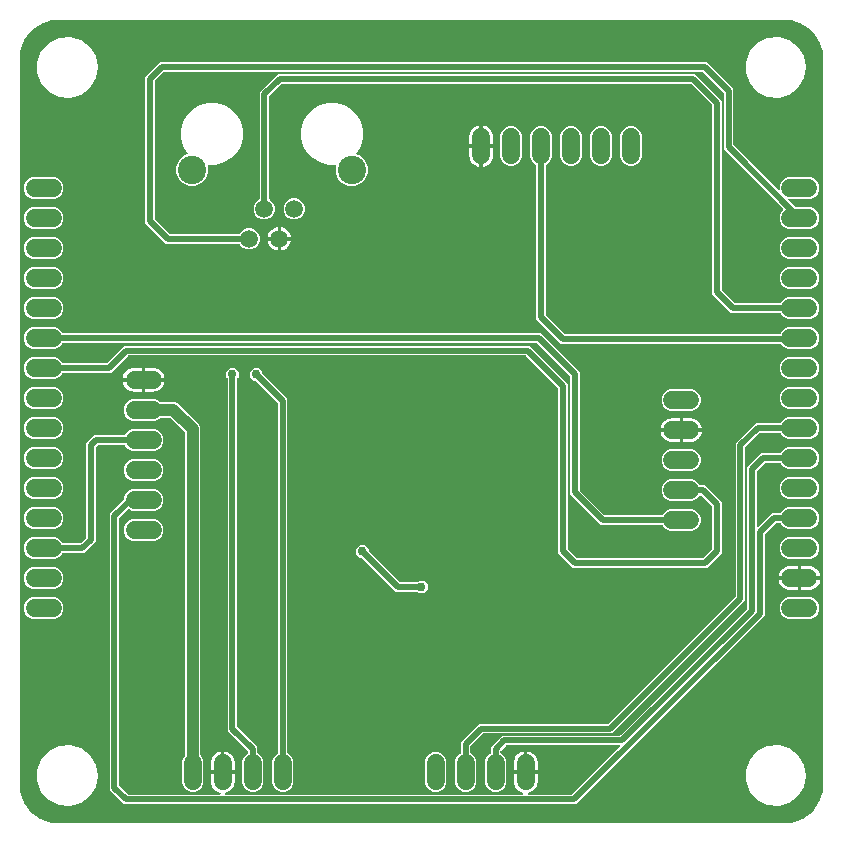
<source format=gbr>
G04 EAGLE Gerber RS-274X export*
G75*
%MOMM*%
%FSLAX34Y34*%
%LPD*%
%INBottom Copper*%
%IPPOS*%
%AMOC8*
5,1,8,0,0,1.08239X$1,22.5*%
G01*
%ADD10C,1.524000*%
%ADD11C,2.400000*%
%ADD12C,1.500000*%
%ADD13C,1.508000*%
%ADD14C,1.016000*%
%ADD15C,0.756400*%
%ADD16C,0.508000*%

G36*
X663367Y10162D02*
X663367Y10162D01*
X663519Y10178D01*
X665639Y10639D01*
X665669Y10651D01*
X665743Y10670D01*
X670307Y12372D01*
X670335Y12388D01*
X670406Y12417D01*
X674681Y14752D01*
X674707Y14772D01*
X674773Y14811D01*
X678672Y17730D01*
X678695Y17753D01*
X678755Y17801D01*
X682199Y21246D01*
X682218Y21272D01*
X682270Y21328D01*
X685189Y25227D01*
X685205Y25256D01*
X685248Y25319D01*
X687583Y29594D01*
X687594Y29625D01*
X687628Y29693D01*
X689330Y34257D01*
X689336Y34288D01*
X689349Y34316D01*
X689351Y34332D01*
X689361Y34361D01*
X689822Y36481D01*
X689822Y36489D01*
X689839Y36642D01*
X689839Y663358D01*
X689838Y663367D01*
X689822Y663519D01*
X689361Y665639D01*
X689349Y665669D01*
X689330Y665743D01*
X687628Y670307D01*
X687612Y670335D01*
X687583Y670406D01*
X685248Y674681D01*
X685228Y674707D01*
X685189Y674773D01*
X682270Y678672D01*
X682247Y678695D01*
X682199Y678755D01*
X678755Y682199D01*
X678728Y682218D01*
X678672Y682270D01*
X674773Y685189D01*
X674744Y685205D01*
X674681Y685248D01*
X670406Y687583D01*
X670375Y687594D01*
X670307Y687628D01*
X665743Y689330D01*
X665711Y689337D01*
X665639Y689361D01*
X663524Y689821D01*
X663519Y689822D01*
X663511Y689822D01*
X663358Y689839D01*
X36642Y689839D01*
X36633Y689838D01*
X36481Y689822D01*
X34361Y689361D01*
X34331Y689349D01*
X34257Y689330D01*
X29693Y687628D01*
X29665Y687612D01*
X29594Y687583D01*
X25319Y685248D01*
X25293Y685228D01*
X25227Y685189D01*
X21328Y682270D01*
X21305Y682247D01*
X21246Y682199D01*
X17801Y678755D01*
X17782Y678728D01*
X17730Y678672D01*
X14811Y674773D01*
X14795Y674744D01*
X14752Y674681D01*
X12417Y670406D01*
X12406Y670375D01*
X12372Y670307D01*
X10670Y665743D01*
X10663Y665711D01*
X10639Y665639D01*
X10178Y663519D01*
X10178Y663511D01*
X10161Y663358D01*
X10161Y36642D01*
X10162Y36633D01*
X10178Y36481D01*
X10639Y34361D01*
X10651Y34331D01*
X10670Y34257D01*
X12372Y29693D01*
X12379Y29681D01*
X12381Y29673D01*
X12394Y29651D01*
X12417Y29594D01*
X14752Y25319D01*
X14772Y25293D01*
X14811Y25227D01*
X17730Y21328D01*
X17753Y21305D01*
X17801Y21246D01*
X21246Y17801D01*
X21272Y17782D01*
X21328Y17730D01*
X25227Y14811D01*
X25256Y14795D01*
X25319Y14752D01*
X29594Y12417D01*
X29625Y12406D01*
X29693Y12372D01*
X34257Y10670D01*
X34289Y10663D01*
X34361Y10639D01*
X36476Y10179D01*
X36481Y10178D01*
X36489Y10178D01*
X36642Y10161D01*
X663358Y10161D01*
X663367Y10162D01*
G37*
%LPC*%
G36*
X98316Y25935D02*
X98316Y25935D01*
X85935Y38316D01*
X85935Y271684D01*
X97712Y283461D01*
X97765Y283535D01*
X97825Y283604D01*
X97837Y283634D01*
X97856Y283660D01*
X97883Y283747D01*
X97917Y283832D01*
X97921Y283873D01*
X97928Y283896D01*
X97927Y283928D01*
X97935Y283999D01*
X97935Y285619D01*
X99327Y288980D01*
X101900Y291553D01*
X105261Y292945D01*
X124139Y292945D01*
X127500Y291553D01*
X130073Y288980D01*
X131465Y285619D01*
X131465Y281981D01*
X130073Y278620D01*
X127500Y276047D01*
X124139Y274655D01*
X105261Y274655D01*
X102296Y275883D01*
X102183Y275910D01*
X102069Y275939D01*
X102063Y275938D01*
X102057Y275939D01*
X101940Y275928D01*
X101824Y275919D01*
X101818Y275917D01*
X101812Y275916D01*
X101704Y275869D01*
X101598Y275823D01*
X101592Y275818D01*
X101587Y275816D01*
X101573Y275804D01*
X101467Y275718D01*
X94288Y268539D01*
X94235Y268465D01*
X94175Y268396D01*
X94163Y268366D01*
X94144Y268340D01*
X94117Y268253D01*
X94083Y268168D01*
X94079Y268127D01*
X94072Y268104D01*
X94073Y268072D01*
X94065Y268001D01*
X94065Y41999D01*
X94079Y41909D01*
X94087Y41818D01*
X94099Y41788D01*
X94104Y41756D01*
X94147Y41676D01*
X94183Y41592D01*
X94209Y41560D01*
X94220Y41539D01*
X94243Y41517D01*
X94288Y41461D01*
X101461Y34288D01*
X101535Y34235D01*
X101604Y34175D01*
X101634Y34163D01*
X101660Y34144D01*
X101747Y34117D01*
X101832Y34083D01*
X101873Y34079D01*
X101896Y34072D01*
X101928Y34073D01*
X101999Y34065D01*
X179149Y34065D01*
X179213Y34075D01*
X179277Y34076D01*
X179333Y34095D01*
X179391Y34104D01*
X179449Y34135D01*
X179510Y34156D01*
X179557Y34192D01*
X179609Y34220D01*
X179653Y34266D01*
X179705Y34306D01*
X179738Y34355D01*
X179778Y34398D01*
X179805Y34457D01*
X179841Y34511D01*
X179857Y34568D01*
X179882Y34621D01*
X179889Y34685D01*
X179906Y34748D01*
X179902Y34807D01*
X179909Y34865D01*
X179895Y34929D01*
X179891Y34993D01*
X179869Y35048D01*
X179857Y35106D01*
X179823Y35161D01*
X179799Y35222D01*
X179761Y35266D01*
X179730Y35317D01*
X179681Y35359D01*
X179639Y35408D01*
X179588Y35438D01*
X179544Y35477D01*
X179526Y35484D01*
X179469Y35510D01*
X179428Y35534D01*
X179395Y35543D01*
X179378Y35551D01*
X177800Y36064D01*
X176375Y36790D01*
X175081Y37730D01*
X173950Y38861D01*
X173010Y40155D01*
X172284Y41580D01*
X171789Y43101D01*
X171539Y44680D01*
X171539Y51577D01*
X180938Y51577D01*
X180958Y51580D01*
X180977Y51578D01*
X181079Y51600D01*
X181181Y51617D01*
X181198Y51626D01*
X181218Y51630D01*
X181307Y51683D01*
X181398Y51732D01*
X181412Y51746D01*
X181429Y51756D01*
X181496Y51835D01*
X181567Y51910D01*
X181576Y51928D01*
X181589Y51943D01*
X181627Y52039D01*
X181671Y52133D01*
X181673Y52153D01*
X181681Y52171D01*
X181699Y52338D01*
X181699Y53101D01*
X181701Y53101D01*
X181701Y52338D01*
X181704Y52318D01*
X181702Y52299D01*
X181724Y52197D01*
X181741Y52095D01*
X181750Y52078D01*
X181754Y52058D01*
X181807Y51969D01*
X181856Y51878D01*
X181870Y51864D01*
X181880Y51847D01*
X181959Y51780D01*
X182034Y51709D01*
X182052Y51700D01*
X182067Y51687D01*
X182163Y51648D01*
X182257Y51605D01*
X182277Y51603D01*
X182295Y51595D01*
X182462Y51577D01*
X191861Y51577D01*
X191861Y44680D01*
X191611Y43101D01*
X191116Y41580D01*
X190390Y40155D01*
X189450Y38861D01*
X188319Y37730D01*
X187025Y36790D01*
X185600Y36064D01*
X184022Y35551D01*
X184019Y35549D01*
X184009Y35547D01*
X183957Y35520D01*
X183900Y35502D01*
X183848Y35463D01*
X183791Y35432D01*
X183751Y35390D01*
X183703Y35354D01*
X183666Y35301D01*
X183622Y35254D01*
X183597Y35201D01*
X183563Y35152D01*
X183546Y35090D01*
X183518Y35031D01*
X183512Y34972D01*
X183495Y34916D01*
X183498Y34851D01*
X183491Y34787D01*
X183504Y34729D01*
X183506Y34670D01*
X183530Y34610D01*
X183543Y34546D01*
X183574Y34495D01*
X183595Y34441D01*
X183636Y34391D01*
X183670Y34335D01*
X183714Y34297D01*
X183752Y34251D01*
X183807Y34217D01*
X183856Y34175D01*
X183911Y34153D01*
X183961Y34122D01*
X184024Y34107D01*
X184085Y34083D01*
X184169Y34074D01*
X184201Y34066D01*
X184226Y34068D01*
X184251Y34065D01*
X435649Y34065D01*
X435713Y34075D01*
X435779Y34076D01*
X435834Y34095D01*
X435891Y34104D01*
X435949Y34135D01*
X436011Y34156D01*
X436057Y34192D01*
X436109Y34220D01*
X436154Y34267D01*
X436206Y34307D01*
X436238Y34356D01*
X436278Y34398D01*
X436306Y34457D01*
X436342Y34512D01*
X436357Y34568D01*
X436382Y34621D01*
X436389Y34686D01*
X436406Y34749D01*
X436402Y34807D01*
X436409Y34865D01*
X436395Y34929D01*
X436391Y34995D01*
X436369Y35049D01*
X436357Y35106D01*
X436323Y35162D01*
X436299Y35223D01*
X436260Y35267D01*
X436230Y35317D01*
X436181Y35359D01*
X436138Y35409D01*
X436088Y35439D01*
X436044Y35477D01*
X436026Y35484D01*
X435968Y35510D01*
X435927Y35535D01*
X435894Y35543D01*
X435878Y35551D01*
X434300Y36064D01*
X432875Y36790D01*
X431581Y37730D01*
X430450Y38861D01*
X429510Y40155D01*
X428784Y41580D01*
X428289Y43101D01*
X428039Y44680D01*
X428039Y51577D01*
X437438Y51577D01*
X437458Y51580D01*
X437477Y51578D01*
X437579Y51600D01*
X437681Y51617D01*
X437698Y51626D01*
X437718Y51630D01*
X437807Y51683D01*
X437898Y51732D01*
X437912Y51746D01*
X437929Y51756D01*
X437996Y51835D01*
X438067Y51910D01*
X438076Y51928D01*
X438089Y51943D01*
X438127Y52039D01*
X438171Y52133D01*
X438173Y52153D01*
X438181Y52171D01*
X438199Y52338D01*
X438199Y53101D01*
X438201Y53101D01*
X438201Y52338D01*
X438204Y52318D01*
X438202Y52299D01*
X438224Y52197D01*
X438241Y52095D01*
X438250Y52078D01*
X438254Y52058D01*
X438307Y51969D01*
X438356Y51878D01*
X438370Y51864D01*
X438380Y51847D01*
X438459Y51780D01*
X438534Y51709D01*
X438552Y51700D01*
X438567Y51687D01*
X438663Y51648D01*
X438757Y51605D01*
X438777Y51603D01*
X438795Y51595D01*
X438962Y51577D01*
X448361Y51577D01*
X448361Y44680D01*
X448111Y43101D01*
X447616Y41580D01*
X446890Y40155D01*
X445950Y38861D01*
X444819Y37730D01*
X443525Y36790D01*
X442100Y36064D01*
X440522Y35551D01*
X440519Y35549D01*
X440509Y35547D01*
X440457Y35520D01*
X440401Y35502D01*
X440349Y35463D01*
X440291Y35432D01*
X440251Y35390D01*
X440204Y35355D01*
X440167Y35302D01*
X440122Y35254D01*
X440097Y35201D01*
X440064Y35153D01*
X440046Y35090D01*
X440018Y35031D01*
X440012Y34973D01*
X439995Y34917D01*
X439998Y34851D01*
X439991Y34787D01*
X440003Y34729D01*
X440006Y34671D01*
X440029Y34610D01*
X440043Y34546D01*
X440073Y34496D01*
X440094Y34442D01*
X440136Y34391D01*
X440170Y34335D01*
X440214Y34297D01*
X440251Y34252D01*
X440307Y34218D01*
X440356Y34175D01*
X440411Y34153D01*
X440460Y34123D01*
X440524Y34108D01*
X440585Y34083D01*
X440668Y34074D01*
X440700Y34066D01*
X440726Y34068D01*
X440751Y34065D01*
X477341Y34065D01*
X477431Y34079D01*
X477522Y34087D01*
X477551Y34099D01*
X477583Y34104D01*
X477664Y34147D01*
X477748Y34183D01*
X477780Y34209D01*
X477801Y34220D01*
X477823Y34243D01*
X477879Y34288D01*
X518227Y74636D01*
X518269Y74694D01*
X518318Y74746D01*
X518340Y74793D01*
X518370Y74835D01*
X518391Y74904D01*
X518422Y74969D01*
X518427Y75021D01*
X518443Y75071D01*
X518441Y75142D01*
X518449Y75213D01*
X518438Y75264D01*
X518436Y75316D01*
X518412Y75384D01*
X518397Y75454D01*
X518370Y75499D01*
X518352Y75547D01*
X518307Y75603D01*
X518270Y75665D01*
X518231Y75699D01*
X518198Y75739D01*
X518138Y75778D01*
X518083Y75825D01*
X518035Y75844D01*
X517991Y75872D01*
X517922Y75890D01*
X517855Y75917D01*
X517784Y75925D01*
X517753Y75933D01*
X517730Y75931D01*
X517689Y75935D01*
X421999Y75935D01*
X421909Y75921D01*
X421818Y75913D01*
X421788Y75901D01*
X421756Y75896D01*
X421676Y75853D01*
X421592Y75817D01*
X421560Y75791D01*
X421539Y75780D01*
X421517Y75757D01*
X421461Y75712D01*
X417088Y71339D01*
X417035Y71265D01*
X416975Y71196D01*
X416963Y71166D01*
X416944Y71140D01*
X416917Y71053D01*
X416883Y70968D01*
X416879Y70927D01*
X416872Y70904D01*
X416873Y70872D01*
X416865Y70801D01*
X416865Y69443D01*
X416884Y69328D01*
X416901Y69212D01*
X416903Y69207D01*
X416904Y69200D01*
X416959Y69098D01*
X417012Y68993D01*
X417017Y68989D01*
X417020Y68983D01*
X417104Y68903D01*
X417188Y68821D01*
X417194Y68817D01*
X417198Y68814D01*
X417215Y68806D01*
X417335Y68740D01*
X417980Y68473D01*
X420553Y65900D01*
X421945Y62539D01*
X421945Y43661D01*
X420553Y40300D01*
X417980Y37727D01*
X414619Y36335D01*
X410981Y36335D01*
X407620Y37727D01*
X405047Y40300D01*
X403655Y43661D01*
X403655Y62539D01*
X405047Y65900D01*
X407620Y68473D01*
X408265Y68740D01*
X408365Y68801D01*
X408465Y68861D01*
X408469Y68866D01*
X408474Y68869D01*
X408549Y68960D01*
X408625Y69048D01*
X408627Y69054D01*
X408631Y69059D01*
X408673Y69167D01*
X408717Y69276D01*
X408718Y69284D01*
X408719Y69289D01*
X408720Y69307D01*
X408735Y69443D01*
X408735Y74484D01*
X418316Y84065D01*
X518001Y84065D01*
X518091Y84079D01*
X518182Y84087D01*
X518212Y84099D01*
X518244Y84104D01*
X518324Y84147D01*
X518408Y84183D01*
X518440Y84209D01*
X518461Y84220D01*
X518483Y84243D01*
X518539Y84288D01*
X625712Y191461D01*
X625765Y191535D01*
X625825Y191604D01*
X625837Y191634D01*
X625856Y191660D01*
X625883Y191747D01*
X625917Y191832D01*
X625921Y191873D01*
X625928Y191896D01*
X625927Y191928D01*
X625935Y191999D01*
X625935Y311684D01*
X637516Y323265D01*
X653657Y323265D01*
X653772Y323284D01*
X653888Y323301D01*
X653893Y323303D01*
X653900Y323304D01*
X654002Y323359D01*
X654107Y323412D01*
X654111Y323417D01*
X654117Y323420D01*
X654197Y323504D01*
X654279Y323588D01*
X654283Y323594D01*
X654286Y323598D01*
X654294Y323615D01*
X654360Y323735D01*
X654627Y324380D01*
X657200Y326953D01*
X660561Y328345D01*
X679439Y328345D01*
X682800Y326953D01*
X685373Y324380D01*
X686765Y321019D01*
X686765Y317381D01*
X685373Y314020D01*
X682800Y311447D01*
X679439Y310055D01*
X660561Y310055D01*
X657200Y311447D01*
X654627Y314020D01*
X654360Y314665D01*
X654299Y314764D01*
X654239Y314865D01*
X654234Y314869D01*
X654231Y314874D01*
X654140Y314949D01*
X654052Y315025D01*
X654046Y315027D01*
X654041Y315031D01*
X653933Y315073D01*
X653824Y315117D01*
X653816Y315118D01*
X653811Y315119D01*
X653793Y315120D01*
X653657Y315135D01*
X641199Y315135D01*
X641109Y315121D01*
X641018Y315113D01*
X640988Y315101D01*
X640956Y315096D01*
X640876Y315053D01*
X640792Y315017D01*
X640760Y314991D01*
X640739Y314980D01*
X640717Y314957D01*
X640661Y314912D01*
X634288Y308539D01*
X634235Y308465D01*
X634175Y308396D01*
X634163Y308366D01*
X634144Y308340D01*
X634117Y308253D01*
X634083Y308168D01*
X634079Y308127D01*
X634072Y308104D01*
X634073Y308072D01*
X634065Y308001D01*
X634065Y261651D01*
X634076Y261580D01*
X634078Y261508D01*
X634096Y261460D01*
X634104Y261408D01*
X634138Y261345D01*
X634163Y261277D01*
X634195Y261237D01*
X634220Y261191D01*
X634272Y261141D01*
X634316Y261085D01*
X634360Y261057D01*
X634398Y261021D01*
X634463Y260991D01*
X634523Y260952D01*
X634574Y260940D01*
X634621Y260918D01*
X634692Y260910D01*
X634762Y260892D01*
X634814Y260896D01*
X634865Y260891D01*
X634936Y260906D01*
X635007Y260912D01*
X635055Y260932D01*
X635106Y260943D01*
X635167Y260980D01*
X635233Y261008D01*
X635289Y261053D01*
X635317Y261069D01*
X635332Y261087D01*
X635364Y261113D01*
X646716Y272465D01*
X653657Y272465D01*
X653772Y272484D01*
X653888Y272501D01*
X653893Y272503D01*
X653900Y272504D01*
X654002Y272559D01*
X654107Y272612D01*
X654111Y272617D01*
X654117Y272620D01*
X654197Y272704D01*
X654279Y272788D01*
X654283Y272794D01*
X654286Y272798D01*
X654294Y272815D01*
X654360Y272935D01*
X654627Y273580D01*
X657200Y276153D01*
X660561Y277545D01*
X679439Y277545D01*
X682800Y276153D01*
X685373Y273580D01*
X686765Y270219D01*
X686765Y266581D01*
X685373Y263220D01*
X682800Y260647D01*
X679439Y259255D01*
X660561Y259255D01*
X657200Y260647D01*
X654627Y263220D01*
X654360Y263865D01*
X654299Y263964D01*
X654239Y264065D01*
X654234Y264069D01*
X654231Y264074D01*
X654140Y264149D01*
X654052Y264225D01*
X654046Y264227D01*
X654041Y264231D01*
X653933Y264273D01*
X653824Y264317D01*
X653816Y264318D01*
X653811Y264319D01*
X653793Y264320D01*
X653657Y264335D01*
X650399Y264335D01*
X650309Y264321D01*
X650218Y264313D01*
X650188Y264301D01*
X650156Y264296D01*
X650076Y264253D01*
X649992Y264217D01*
X649960Y264191D01*
X649939Y264180D01*
X649917Y264157D01*
X649861Y264112D01*
X640892Y255143D01*
X640839Y255069D01*
X640779Y255000D01*
X640767Y254970D01*
X640748Y254944D01*
X640721Y254857D01*
X640687Y254772D01*
X640683Y254731D01*
X640676Y254708D01*
X640677Y254676D01*
X640669Y254605D01*
X640669Y185581D01*
X481023Y25935D01*
X98316Y25935D01*
G37*
%LPD*%
%LPC*%
G36*
X202455Y495775D02*
X202455Y495775D01*
X199138Y497149D01*
X196599Y499688D01*
X196360Y500265D01*
X196298Y500365D01*
X196238Y500465D01*
X196234Y500469D01*
X196230Y500474D01*
X196140Y500549D01*
X196052Y500625D01*
X196046Y500627D01*
X196041Y500631D01*
X195933Y500673D01*
X195823Y500717D01*
X195816Y500718D01*
X195811Y500719D01*
X195793Y500720D01*
X195657Y500735D01*
X133516Y500735D01*
X115935Y518316D01*
X115935Y641684D01*
X128316Y654065D01*
X591684Y654065D01*
X614065Y631684D01*
X614065Y584399D01*
X614079Y584309D01*
X614087Y584218D01*
X614099Y584188D01*
X614104Y584156D01*
X614147Y584076D01*
X614183Y583992D01*
X614209Y583960D01*
X614220Y583939D01*
X614243Y583917D01*
X614288Y583861D01*
X651936Y546213D01*
X651994Y546171D01*
X652046Y546121D01*
X652093Y546099D01*
X652135Y546069D01*
X652204Y546048D01*
X652269Y546018D01*
X652321Y546012D01*
X652371Y545997D01*
X652442Y545999D01*
X652513Y545991D01*
X652564Y546002D01*
X652616Y546003D01*
X652684Y546028D01*
X652754Y546043D01*
X652798Y546070D01*
X652847Y546088D01*
X652903Y546132D01*
X652965Y546169D01*
X652999Y546209D01*
X653039Y546241D01*
X653078Y546302D01*
X653125Y546356D01*
X653144Y546404D01*
X653172Y546448D01*
X653190Y546518D01*
X653217Y546584D01*
X653225Y546656D01*
X653233Y546687D01*
X653231Y546710D01*
X653235Y546751D01*
X653235Y549619D01*
X654627Y552980D01*
X657200Y555553D01*
X660561Y556945D01*
X679439Y556945D01*
X682800Y555553D01*
X685373Y552980D01*
X686765Y549619D01*
X686765Y545981D01*
X685373Y542620D01*
X682800Y540047D01*
X679439Y538655D01*
X661331Y538655D01*
X661260Y538644D01*
X661188Y538642D01*
X661140Y538624D01*
X661088Y538616D01*
X661025Y538582D01*
X660957Y538557D01*
X660917Y538525D01*
X660871Y538500D01*
X660821Y538448D01*
X660765Y538404D01*
X660737Y538360D01*
X660701Y538322D01*
X660671Y538257D01*
X660632Y538197D01*
X660620Y538146D01*
X660598Y538099D01*
X660590Y538028D01*
X660572Y537958D01*
X660576Y537906D01*
X660571Y537855D01*
X660586Y537784D01*
X660592Y537713D01*
X660612Y537665D01*
X660623Y537614D01*
X660660Y537553D01*
X660688Y537487D01*
X660733Y537431D01*
X660749Y537403D01*
X660767Y537388D01*
X660793Y537356D01*
X666381Y531768D01*
X666455Y531715D01*
X666524Y531655D01*
X666554Y531643D01*
X666580Y531624D01*
X666667Y531597D01*
X666752Y531563D01*
X666793Y531559D01*
X666816Y531552D01*
X666848Y531553D01*
X666919Y531545D01*
X679439Y531545D01*
X682800Y530153D01*
X685373Y527580D01*
X686765Y524219D01*
X686765Y520581D01*
X685373Y517220D01*
X682800Y514647D01*
X679439Y513255D01*
X660561Y513255D01*
X657200Y514647D01*
X654627Y517220D01*
X653235Y520581D01*
X653235Y524219D01*
X654627Y527580D01*
X656311Y529264D01*
X656323Y529280D01*
X656338Y529292D01*
X656394Y529380D01*
X656455Y529464D01*
X656461Y529483D01*
X656471Y529499D01*
X656497Y529600D01*
X656527Y529699D01*
X656527Y529719D01*
X656531Y529738D01*
X656523Y529841D01*
X656521Y529945D01*
X656514Y529963D01*
X656512Y529983D01*
X656472Y530078D01*
X656436Y530176D01*
X656424Y530191D01*
X656416Y530209D01*
X656311Y530340D01*
X608539Y578112D01*
X605935Y580716D01*
X605935Y628001D01*
X605921Y628091D01*
X605913Y628182D01*
X605901Y628212D01*
X605896Y628244D01*
X605853Y628324D01*
X605817Y628408D01*
X605791Y628440D01*
X605780Y628461D01*
X605757Y628483D01*
X605712Y628539D01*
X588539Y645712D01*
X588465Y645765D01*
X588396Y645825D01*
X588366Y645837D01*
X588340Y645856D01*
X588253Y645883D01*
X588168Y645917D01*
X588127Y645921D01*
X588104Y645928D01*
X588072Y645927D01*
X588001Y645935D01*
X131999Y645935D01*
X131909Y645921D01*
X131818Y645913D01*
X131788Y645901D01*
X131756Y645896D01*
X131676Y645853D01*
X131592Y645817D01*
X131560Y645791D01*
X131539Y645780D01*
X131517Y645757D01*
X131461Y645712D01*
X124288Y638539D01*
X124235Y638465D01*
X124175Y638396D01*
X124163Y638366D01*
X124144Y638340D01*
X124117Y638253D01*
X124083Y638168D01*
X124079Y638127D01*
X124072Y638104D01*
X124073Y638072D01*
X124065Y638001D01*
X124065Y521999D01*
X124079Y521909D01*
X124087Y521818D01*
X124099Y521788D01*
X124104Y521756D01*
X124147Y521676D01*
X124183Y521592D01*
X124209Y521560D01*
X124220Y521539D01*
X124243Y521517D01*
X124288Y521461D01*
X136661Y509088D01*
X136735Y509035D01*
X136804Y508975D01*
X136834Y508963D01*
X136860Y508944D01*
X136947Y508917D01*
X137032Y508883D01*
X137073Y508879D01*
X137096Y508872D01*
X137128Y508873D01*
X137199Y508865D01*
X195657Y508865D01*
X195771Y508884D01*
X195888Y508901D01*
X195893Y508903D01*
X195899Y508904D01*
X196002Y508959D01*
X196107Y509012D01*
X196111Y509017D01*
X196117Y509020D01*
X196197Y509104D01*
X196279Y509188D01*
X196283Y509194D01*
X196286Y509198D01*
X196294Y509215D01*
X196360Y509335D01*
X196599Y509912D01*
X199138Y512451D01*
X202455Y513825D01*
X206045Y513825D01*
X209362Y512451D01*
X211901Y509912D01*
X213275Y506595D01*
X213275Y503005D01*
X211901Y499688D01*
X209362Y497149D01*
X206045Y495775D01*
X202455Y495775D01*
G37*
%LPD*%
%LPC*%
G36*
X478316Y225935D02*
X478316Y225935D01*
X465935Y238316D01*
X465935Y378001D01*
X465921Y378091D01*
X465913Y378182D01*
X465901Y378212D01*
X465896Y378244D01*
X465853Y378324D01*
X465817Y378408D01*
X465791Y378440D01*
X465780Y378461D01*
X465757Y378483D01*
X465712Y378539D01*
X438539Y405712D01*
X438465Y405765D01*
X438396Y405825D01*
X438366Y405837D01*
X438340Y405856D01*
X438253Y405883D01*
X438168Y405917D01*
X438127Y405921D01*
X438104Y405928D01*
X438072Y405927D01*
X438001Y405935D01*
X101999Y405935D01*
X101909Y405921D01*
X101818Y405913D01*
X101788Y405901D01*
X101756Y405896D01*
X101676Y405853D01*
X101592Y405817D01*
X101560Y405791D01*
X101539Y405780D01*
X101517Y405757D01*
X101461Y405712D01*
X87084Y391335D01*
X46343Y391335D01*
X46228Y391316D01*
X46112Y391299D01*
X46107Y391297D01*
X46100Y391296D01*
X45998Y391241D01*
X45893Y391188D01*
X45889Y391183D01*
X45883Y391180D01*
X45803Y391096D01*
X45721Y391012D01*
X45717Y391006D01*
X45714Y391002D01*
X45706Y390985D01*
X45640Y390865D01*
X45373Y390220D01*
X42800Y387647D01*
X39439Y386255D01*
X20561Y386255D01*
X17200Y387647D01*
X14627Y390220D01*
X13235Y393581D01*
X13235Y397219D01*
X14627Y400580D01*
X17200Y403153D01*
X20561Y404545D01*
X39439Y404545D01*
X42800Y403153D01*
X45373Y400580D01*
X45640Y399935D01*
X45701Y399835D01*
X45761Y399735D01*
X45766Y399731D01*
X45769Y399726D01*
X45860Y399651D01*
X45948Y399575D01*
X45954Y399573D01*
X45959Y399569D01*
X46067Y399527D01*
X46176Y399483D01*
X46184Y399482D01*
X46189Y399481D01*
X46207Y399480D01*
X46343Y399465D01*
X83401Y399465D01*
X83491Y399479D01*
X83582Y399487D01*
X83612Y399499D01*
X83644Y399504D01*
X83724Y399547D01*
X83808Y399583D01*
X83840Y399609D01*
X83861Y399620D01*
X83883Y399643D01*
X83939Y399688D01*
X98316Y414065D01*
X441684Y414065D01*
X474065Y381684D01*
X474065Y241999D01*
X474079Y241909D01*
X474087Y241818D01*
X474099Y241788D01*
X474104Y241756D01*
X474147Y241676D01*
X474183Y241592D01*
X474209Y241560D01*
X474220Y241539D01*
X474243Y241517D01*
X474288Y241461D01*
X481461Y234288D01*
X481535Y234235D01*
X481604Y234175D01*
X481634Y234163D01*
X481660Y234144D01*
X481747Y234117D01*
X481832Y234083D01*
X481873Y234079D01*
X481896Y234072D01*
X481928Y234073D01*
X481999Y234065D01*
X588001Y234065D01*
X588091Y234079D01*
X588182Y234087D01*
X588212Y234099D01*
X588244Y234104D01*
X588324Y234147D01*
X588408Y234183D01*
X588440Y234209D01*
X588461Y234220D01*
X588483Y234243D01*
X588539Y234288D01*
X595712Y241461D01*
X595765Y241535D01*
X595825Y241604D01*
X595837Y241634D01*
X595856Y241660D01*
X595883Y241747D01*
X595917Y241832D01*
X595921Y241873D01*
X595928Y241896D01*
X595927Y241928D01*
X595935Y241999D01*
X595935Y278001D01*
X595921Y278091D01*
X595913Y278182D01*
X595901Y278212D01*
X595896Y278244D01*
X595853Y278324D01*
X595817Y278408D01*
X595791Y278440D01*
X595780Y278461D01*
X595757Y278483D01*
X595712Y278539D01*
X586693Y287559D01*
X586655Y287586D01*
X586624Y287619D01*
X586556Y287657D01*
X586493Y287702D01*
X586449Y287716D01*
X586409Y287738D01*
X586332Y287752D01*
X586258Y287775D01*
X586212Y287774D01*
X586167Y287782D01*
X586090Y287770D01*
X586012Y287768D01*
X585969Y287753D01*
X585923Y287746D01*
X585854Y287711D01*
X585781Y287684D01*
X585745Y287655D01*
X585704Y287634D01*
X585650Y287579D01*
X585589Y287530D01*
X585564Y287492D01*
X585532Y287459D01*
X585466Y287339D01*
X585456Y287323D01*
X585455Y287318D01*
X585451Y287312D01*
X585225Y286765D01*
X582675Y284215D01*
X579343Y282835D01*
X560657Y282835D01*
X557325Y284215D01*
X554775Y286765D01*
X553395Y290097D01*
X553395Y293703D01*
X554775Y297035D01*
X557325Y299585D01*
X560657Y300965D01*
X579343Y300965D01*
X582675Y299585D01*
X585225Y297035D01*
X585473Y296435D01*
X585535Y296335D01*
X585595Y296235D01*
X585600Y296231D01*
X585603Y296226D01*
X585693Y296151D01*
X585782Y296075D01*
X585788Y296073D01*
X585792Y296069D01*
X585901Y296027D01*
X586010Y295983D01*
X586017Y295982D01*
X586022Y295981D01*
X586040Y295980D01*
X586177Y295965D01*
X589784Y295965D01*
X604065Y281684D01*
X604065Y238316D01*
X591684Y225935D01*
X478316Y225935D01*
G37*
%LPD*%
%LPC*%
G36*
X660561Y437055D02*
X660561Y437055D01*
X657200Y438447D01*
X654627Y441020D01*
X654360Y441665D01*
X654299Y441765D01*
X654239Y441865D01*
X654234Y441869D01*
X654231Y441874D01*
X654140Y441949D01*
X654052Y442025D01*
X654046Y442027D01*
X654041Y442031D01*
X653933Y442073D01*
X653824Y442117D01*
X653816Y442118D01*
X653811Y442119D01*
X653793Y442120D01*
X653657Y442135D01*
X612116Y442135D01*
X595935Y458316D01*
X595935Y618001D01*
X595921Y618091D01*
X595913Y618182D01*
X595901Y618212D01*
X595896Y618244D01*
X595853Y618324D01*
X595817Y618408D01*
X595791Y618440D01*
X595780Y618461D01*
X595757Y618483D01*
X595712Y618539D01*
X578539Y635712D01*
X578465Y635765D01*
X578396Y635825D01*
X578366Y635837D01*
X578340Y635856D01*
X578253Y635883D01*
X578168Y635917D01*
X578127Y635921D01*
X578104Y635928D01*
X578072Y635927D01*
X578001Y635935D01*
X231999Y635935D01*
X231909Y635921D01*
X231818Y635913D01*
X231788Y635901D01*
X231756Y635896D01*
X231676Y635853D01*
X231592Y635817D01*
X231560Y635791D01*
X231539Y635780D01*
X231517Y635757D01*
X231513Y635754D01*
X231512Y635753D01*
X231511Y635753D01*
X231461Y635712D01*
X221238Y625489D01*
X221185Y625415D01*
X221125Y625346D01*
X221113Y625316D01*
X221094Y625290D01*
X221067Y625203D01*
X221033Y625118D01*
X221029Y625077D01*
X221022Y625054D01*
X221023Y625022D01*
X221015Y624951D01*
X221015Y538793D01*
X221034Y538679D01*
X221051Y538562D01*
X221053Y538557D01*
X221054Y538551D01*
X221109Y538448D01*
X221162Y538343D01*
X221167Y538339D01*
X221170Y538333D01*
X221254Y538253D01*
X221338Y538171D01*
X221344Y538167D01*
X221348Y538164D01*
X221365Y538156D01*
X221485Y538090D01*
X222062Y537851D01*
X224601Y535312D01*
X225975Y531995D01*
X225975Y528405D01*
X224601Y525088D01*
X222062Y522549D01*
X218745Y521175D01*
X215155Y521175D01*
X211838Y522549D01*
X209299Y525088D01*
X207925Y528405D01*
X207925Y531995D01*
X209299Y535312D01*
X211838Y537851D01*
X212415Y538090D01*
X212515Y538152D01*
X212615Y538212D01*
X212619Y538216D01*
X212624Y538220D01*
X212699Y538310D01*
X212775Y538398D01*
X212777Y538404D01*
X212781Y538409D01*
X212823Y538517D01*
X212867Y538627D01*
X212868Y538634D01*
X212869Y538639D01*
X212870Y538657D01*
X212885Y538793D01*
X212885Y628634D01*
X228316Y644065D01*
X581684Y644065D01*
X604065Y621684D01*
X604065Y461999D01*
X604079Y461909D01*
X604087Y461818D01*
X604099Y461788D01*
X604104Y461756D01*
X604147Y461676D01*
X604183Y461592D01*
X604209Y461560D01*
X604220Y461539D01*
X604243Y461517D01*
X604288Y461461D01*
X615261Y450488D01*
X615335Y450435D01*
X615404Y450375D01*
X615434Y450363D01*
X615460Y450344D01*
X615547Y450317D01*
X615632Y450283D01*
X615673Y450279D01*
X615696Y450272D01*
X615728Y450273D01*
X615799Y450265D01*
X653657Y450265D01*
X653772Y450284D01*
X653888Y450301D01*
X653893Y450303D01*
X653900Y450304D01*
X654002Y450359D01*
X654107Y450412D01*
X654111Y450417D01*
X654117Y450420D01*
X654197Y450504D01*
X654279Y450588D01*
X654283Y450594D01*
X654286Y450598D01*
X654294Y450615D01*
X654360Y450735D01*
X654627Y451380D01*
X657200Y453953D01*
X660561Y455345D01*
X679439Y455345D01*
X682800Y453953D01*
X685373Y451380D01*
X686765Y448019D01*
X686765Y444381D01*
X685373Y441020D01*
X682800Y438447D01*
X679439Y437055D01*
X660561Y437055D01*
G37*
%LPD*%
%LPC*%
G36*
X560657Y257435D02*
X560657Y257435D01*
X557325Y258815D01*
X554775Y261365D01*
X554527Y261965D01*
X554465Y262065D01*
X554405Y262165D01*
X554400Y262169D01*
X554397Y262174D01*
X554307Y262249D01*
X554218Y262325D01*
X554212Y262327D01*
X554208Y262331D01*
X554099Y262373D01*
X553990Y262417D01*
X553983Y262418D01*
X553978Y262419D01*
X553960Y262420D01*
X553823Y262435D01*
X501816Y262435D01*
X475935Y288316D01*
X475935Y388001D01*
X475921Y388091D01*
X475913Y388182D01*
X475901Y388212D01*
X475896Y388244D01*
X475853Y388324D01*
X475817Y388408D01*
X475791Y388440D01*
X475780Y388461D01*
X475757Y388483D01*
X475712Y388539D01*
X447739Y416512D01*
X447665Y416565D01*
X447596Y416625D01*
X447566Y416637D01*
X447540Y416656D01*
X447453Y416683D01*
X447368Y416717D01*
X447327Y416721D01*
X447304Y416728D01*
X447272Y416727D01*
X447201Y416735D01*
X46343Y416735D01*
X46228Y416716D01*
X46112Y416699D01*
X46107Y416697D01*
X46100Y416696D01*
X45998Y416641D01*
X45893Y416588D01*
X45889Y416583D01*
X45883Y416580D01*
X45803Y416496D01*
X45721Y416412D01*
X45717Y416406D01*
X45714Y416402D01*
X45706Y416385D01*
X45640Y416265D01*
X45373Y415620D01*
X42800Y413047D01*
X39439Y411655D01*
X20561Y411655D01*
X17200Y413047D01*
X14627Y415620D01*
X13235Y418981D01*
X13235Y422619D01*
X14627Y425980D01*
X17200Y428553D01*
X20561Y429945D01*
X39439Y429945D01*
X42800Y428553D01*
X45373Y425980D01*
X45640Y425335D01*
X45701Y425235D01*
X45761Y425135D01*
X45766Y425131D01*
X45769Y425126D01*
X45860Y425051D01*
X45948Y424975D01*
X45954Y424973D01*
X45959Y424969D01*
X46067Y424927D01*
X46176Y424883D01*
X46184Y424882D01*
X46189Y424881D01*
X46207Y424880D01*
X46343Y424865D01*
X450884Y424865D01*
X484065Y391684D01*
X484065Y291999D01*
X484079Y291909D01*
X484087Y291818D01*
X484099Y291788D01*
X484104Y291756D01*
X484147Y291676D01*
X484183Y291592D01*
X484209Y291560D01*
X484220Y291539D01*
X484243Y291517D01*
X484288Y291461D01*
X504961Y270788D01*
X505035Y270735D01*
X505104Y270675D01*
X505134Y270663D01*
X505160Y270644D01*
X505247Y270617D01*
X505332Y270583D01*
X505373Y270579D01*
X505396Y270572D01*
X505428Y270573D01*
X505499Y270565D01*
X553823Y270565D01*
X553938Y270584D01*
X554054Y270601D01*
X554060Y270603D01*
X554066Y270604D01*
X554168Y270659D01*
X554274Y270712D01*
X554278Y270717D01*
X554284Y270720D01*
X554364Y270804D01*
X554446Y270888D01*
X554449Y270894D01*
X554453Y270898D01*
X554461Y270915D01*
X554527Y271035D01*
X554775Y271635D01*
X557325Y274185D01*
X560657Y275565D01*
X579343Y275565D01*
X582675Y274185D01*
X585225Y271635D01*
X586605Y268303D01*
X586605Y264697D01*
X585225Y261365D01*
X582675Y258815D01*
X579343Y257435D01*
X560657Y257435D01*
G37*
%LPD*%
%LPC*%
G36*
X154481Y36335D02*
X154481Y36335D01*
X151120Y37727D01*
X148547Y40300D01*
X147155Y43661D01*
X147155Y62539D01*
X148547Y65900D01*
X149472Y66825D01*
X149525Y66899D01*
X149585Y66968D01*
X149597Y66998D01*
X149616Y67025D01*
X149643Y67112D01*
X149677Y67196D01*
X149681Y67237D01*
X149688Y67260D01*
X149687Y67292D01*
X149695Y67363D01*
X149695Y340649D01*
X149681Y340739D01*
X149673Y340830D01*
X149661Y340860D01*
X149656Y340892D01*
X149613Y340972D01*
X149577Y341056D01*
X149551Y341088D01*
X149540Y341109D01*
X149517Y341131D01*
X149472Y341187D01*
X137487Y353172D01*
X137413Y353225D01*
X137344Y353285D01*
X137314Y353297D01*
X137287Y353316D01*
X137200Y353343D01*
X137116Y353377D01*
X137075Y353381D01*
X137052Y353388D01*
X137020Y353387D01*
X136949Y353395D01*
X128963Y353395D01*
X128873Y353381D01*
X128782Y353373D01*
X128752Y353361D01*
X128720Y353356D01*
X128640Y353313D01*
X128556Y353277D01*
X128524Y353251D01*
X128503Y353240D01*
X128481Y353217D01*
X128425Y353172D01*
X127500Y352247D01*
X124139Y350855D01*
X105261Y350855D01*
X101900Y352247D01*
X99327Y354820D01*
X97935Y358181D01*
X97935Y361819D01*
X99327Y365180D01*
X101900Y367753D01*
X105261Y369145D01*
X124139Y369145D01*
X127500Y367753D01*
X128425Y366828D01*
X128499Y366775D01*
X128568Y366715D01*
X128598Y366703D01*
X128625Y366684D01*
X128712Y366657D01*
X128796Y366623D01*
X128837Y366619D01*
X128860Y366612D01*
X128892Y366613D01*
X128963Y366605D01*
X141314Y366605D01*
X143741Y365599D01*
X161899Y347441D01*
X162905Y345014D01*
X162905Y67363D01*
X162920Y67273D01*
X162927Y67182D01*
X162939Y67152D01*
X162944Y67120D01*
X162987Y67040D01*
X163023Y66956D01*
X163049Y66924D01*
X163060Y66903D01*
X163083Y66881D01*
X163128Y66825D01*
X164053Y65900D01*
X165445Y62539D01*
X165445Y43661D01*
X164053Y40300D01*
X161480Y37727D01*
X158119Y36335D01*
X154481Y36335D01*
G37*
%LPD*%
%LPC*%
G36*
X385581Y36335D02*
X385581Y36335D01*
X382220Y37727D01*
X379647Y40300D01*
X378255Y43661D01*
X378255Y62539D01*
X379647Y65900D01*
X382220Y68473D01*
X382865Y68740D01*
X382965Y68801D01*
X383065Y68861D01*
X383069Y68866D01*
X383074Y68869D01*
X383149Y68960D01*
X383225Y69048D01*
X383227Y69054D01*
X383231Y69059D01*
X383273Y69167D01*
X383317Y69276D01*
X383318Y69284D01*
X383319Y69289D01*
X383320Y69307D01*
X383335Y69443D01*
X383335Y79084D01*
X398316Y94065D01*
X508001Y94065D01*
X508091Y94079D01*
X508182Y94087D01*
X508212Y94099D01*
X508244Y94104D01*
X508324Y94147D01*
X508408Y94183D01*
X508440Y94209D01*
X508461Y94220D01*
X508483Y94243D01*
X508539Y94288D01*
X615712Y201461D01*
X615755Y201520D01*
X615800Y201568D01*
X615808Y201585D01*
X615825Y201604D01*
X615837Y201634D01*
X615856Y201660D01*
X615880Y201740D01*
X615904Y201791D01*
X615905Y201804D01*
X615917Y201832D01*
X615921Y201873D01*
X615928Y201896D01*
X615927Y201928D01*
X615935Y201999D01*
X615935Y331684D01*
X632916Y348665D01*
X653657Y348665D01*
X653772Y348684D01*
X653888Y348701D01*
X653893Y348703D01*
X653900Y348704D01*
X654002Y348759D01*
X654107Y348812D01*
X654111Y348817D01*
X654117Y348820D01*
X654197Y348904D01*
X654279Y348988D01*
X654283Y348994D01*
X654286Y348998D01*
X654294Y349015D01*
X654360Y349135D01*
X654627Y349780D01*
X657200Y352353D01*
X660561Y353745D01*
X679439Y353745D01*
X682800Y352353D01*
X685373Y349780D01*
X686765Y346419D01*
X686765Y342781D01*
X685373Y339420D01*
X682800Y336847D01*
X679439Y335455D01*
X660561Y335455D01*
X657200Y336847D01*
X654627Y339420D01*
X654360Y340065D01*
X654299Y340165D01*
X654239Y340265D01*
X654234Y340269D01*
X654231Y340274D01*
X654140Y340349D01*
X654052Y340425D01*
X654046Y340427D01*
X654041Y340431D01*
X653933Y340473D01*
X653824Y340517D01*
X653816Y340518D01*
X653811Y340519D01*
X653793Y340520D01*
X653657Y340535D01*
X636599Y340535D01*
X636509Y340521D01*
X636418Y340513D01*
X636388Y340501D01*
X636356Y340496D01*
X636276Y340453D01*
X636192Y340417D01*
X636160Y340391D01*
X636139Y340380D01*
X636117Y340357D01*
X636061Y340312D01*
X624288Y328539D01*
X624235Y328465D01*
X624175Y328396D01*
X624163Y328366D01*
X624144Y328340D01*
X624117Y328253D01*
X624083Y328168D01*
X624079Y328127D01*
X624072Y328104D01*
X624073Y328072D01*
X624065Y328001D01*
X624065Y198316D01*
X511684Y85935D01*
X401999Y85935D01*
X401909Y85921D01*
X401818Y85913D01*
X401788Y85901D01*
X401756Y85896D01*
X401676Y85853D01*
X401592Y85817D01*
X401560Y85791D01*
X401539Y85780D01*
X401517Y85757D01*
X401461Y85712D01*
X391688Y75939D01*
X391635Y75865D01*
X391575Y75796D01*
X391563Y75766D01*
X391544Y75740D01*
X391517Y75653D01*
X391483Y75568D01*
X391479Y75527D01*
X391472Y75504D01*
X391473Y75472D01*
X391465Y75401D01*
X391465Y69443D01*
X391484Y69328D01*
X391501Y69212D01*
X391503Y69207D01*
X391504Y69200D01*
X391559Y69098D01*
X391612Y68993D01*
X391617Y68989D01*
X391620Y68983D01*
X391704Y68903D01*
X391788Y68821D01*
X391794Y68817D01*
X391798Y68814D01*
X391815Y68806D01*
X391935Y68740D01*
X392580Y68473D01*
X395153Y65900D01*
X396545Y62539D01*
X396545Y43661D01*
X395153Y40300D01*
X392580Y37727D01*
X389219Y36335D01*
X385581Y36335D01*
G37*
%LPD*%
%LPC*%
G36*
X660561Y411655D02*
X660561Y411655D01*
X657200Y413047D01*
X654535Y415712D01*
X654461Y415765D01*
X654392Y415825D01*
X654362Y415837D01*
X654335Y415856D01*
X654248Y415883D01*
X654164Y415917D01*
X654123Y415921D01*
X654100Y415928D01*
X654068Y415927D01*
X653997Y415935D01*
X468316Y415935D01*
X447335Y436916D01*
X447335Y566757D01*
X447316Y566872D01*
X447299Y566988D01*
X447297Y566993D01*
X447296Y567000D01*
X447241Y567102D01*
X447188Y567207D01*
X447183Y567211D01*
X447180Y567217D01*
X447096Y567297D01*
X447012Y567379D01*
X447006Y567383D01*
X447002Y567386D01*
X446985Y567394D01*
X446865Y567460D01*
X446220Y567727D01*
X443647Y570300D01*
X442255Y573661D01*
X442255Y592539D01*
X443647Y595900D01*
X446220Y598473D01*
X449581Y599865D01*
X453219Y599865D01*
X456580Y598473D01*
X459153Y595900D01*
X460545Y592539D01*
X460545Y573661D01*
X459153Y570300D01*
X456580Y567727D01*
X455935Y567460D01*
X455835Y567399D01*
X455735Y567339D01*
X455731Y567334D01*
X455726Y567331D01*
X455651Y567240D01*
X455575Y567152D01*
X455573Y567146D01*
X455569Y567141D01*
X455527Y567033D01*
X455483Y566924D01*
X455482Y566916D01*
X455481Y566911D01*
X455480Y566893D01*
X455465Y566757D01*
X455465Y440599D01*
X455479Y440509D01*
X455487Y440418D01*
X455499Y440388D01*
X455504Y440356D01*
X455547Y440276D01*
X455583Y440192D01*
X455609Y440160D01*
X455620Y440139D01*
X455643Y440117D01*
X455688Y440061D01*
X471461Y424288D01*
X471535Y424235D01*
X471604Y424175D01*
X471634Y424163D01*
X471660Y424144D01*
X471747Y424117D01*
X471832Y424083D01*
X471873Y424079D01*
X471896Y424072D01*
X471928Y424073D01*
X471999Y424065D01*
X653325Y424065D01*
X653440Y424084D01*
X653556Y424101D01*
X653562Y424103D01*
X653568Y424104D01*
X653671Y424159D01*
X653776Y424212D01*
X653780Y424217D01*
X653786Y424220D01*
X653865Y424304D01*
X653948Y424388D01*
X653952Y424394D01*
X653955Y424398D01*
X653963Y424415D01*
X654029Y424535D01*
X654627Y425980D01*
X657200Y428553D01*
X660561Y429945D01*
X679439Y429945D01*
X682800Y428553D01*
X685373Y425980D01*
X686765Y422619D01*
X686765Y418981D01*
X685373Y415620D01*
X682800Y413047D01*
X679439Y411655D01*
X660561Y411655D01*
G37*
%LPD*%
%LPC*%
G36*
X230681Y36335D02*
X230681Y36335D01*
X227320Y37727D01*
X224747Y40300D01*
X223355Y43661D01*
X223355Y62539D01*
X224747Y65900D01*
X227320Y68473D01*
X227965Y68740D01*
X228065Y68801D01*
X228165Y68861D01*
X228169Y68866D01*
X228174Y68869D01*
X228249Y68960D01*
X228325Y69048D01*
X228327Y69054D01*
X228331Y69059D01*
X228373Y69167D01*
X228417Y69276D01*
X228418Y69284D01*
X228419Y69289D01*
X228420Y69307D01*
X228435Y69443D01*
X228435Y365501D01*
X228421Y365591D01*
X228413Y365682D01*
X228401Y365712D01*
X228396Y365744D01*
X228353Y365824D01*
X228317Y365908D01*
X228291Y365940D01*
X228280Y365961D01*
X228257Y365983D01*
X228212Y366039D01*
X209781Y384470D01*
X209707Y384523D01*
X209638Y384583D01*
X209608Y384595D01*
X209582Y384614D01*
X209495Y384641D01*
X209410Y384675D01*
X209369Y384679D01*
X209346Y384686D01*
X209314Y384685D01*
X209243Y384693D01*
X207802Y384693D01*
X204693Y387802D01*
X204693Y392198D01*
X207802Y395307D01*
X212198Y395307D01*
X215307Y392198D01*
X215307Y390757D01*
X215308Y390749D01*
X215308Y390746D01*
X215311Y390733D01*
X215321Y390667D01*
X215329Y390576D01*
X215341Y390546D01*
X215346Y390514D01*
X215389Y390434D01*
X215425Y390350D01*
X215451Y390318D01*
X215462Y390297D01*
X215485Y390275D01*
X215530Y390219D01*
X236565Y369184D01*
X236565Y69443D01*
X236584Y69328D01*
X236601Y69212D01*
X236603Y69207D01*
X236604Y69200D01*
X236659Y69098D01*
X236712Y68993D01*
X236717Y68989D01*
X236720Y68983D01*
X236804Y68903D01*
X236888Y68821D01*
X236894Y68817D01*
X236898Y68814D01*
X236915Y68806D01*
X237035Y68740D01*
X237680Y68473D01*
X240253Y65900D01*
X241645Y62539D01*
X241645Y43661D01*
X240253Y40300D01*
X237680Y37727D01*
X234319Y36335D01*
X230681Y36335D01*
G37*
%LPD*%
%LPC*%
G36*
X205281Y36335D02*
X205281Y36335D01*
X201920Y37727D01*
X199347Y40300D01*
X197955Y43661D01*
X197955Y62539D01*
X199347Y65900D01*
X201920Y68473D01*
X202565Y68740D01*
X202665Y68801D01*
X202765Y68861D01*
X202769Y68866D01*
X202774Y68869D01*
X202849Y68960D01*
X202925Y69048D01*
X202927Y69054D01*
X202931Y69059D01*
X202973Y69167D01*
X203017Y69276D01*
X203018Y69284D01*
X203019Y69289D01*
X203020Y69307D01*
X203035Y69443D01*
X203035Y70901D01*
X203021Y70991D01*
X203013Y71082D01*
X203001Y71112D01*
X202996Y71144D01*
X202953Y71224D01*
X202917Y71308D01*
X202891Y71340D01*
X202880Y71361D01*
X202857Y71383D01*
X202812Y71439D01*
X185935Y88316D01*
X185935Y386245D01*
X185934Y386254D01*
X185934Y386258D01*
X185930Y386279D01*
X185921Y386335D01*
X185913Y386426D01*
X185901Y386455D01*
X185896Y386487D01*
X185853Y386568D01*
X185817Y386652D01*
X185791Y386684D01*
X185780Y386705D01*
X185757Y386727D01*
X185712Y386783D01*
X184693Y387802D01*
X184693Y392198D01*
X187802Y395307D01*
X192198Y395307D01*
X195307Y392198D01*
X195307Y387802D01*
X194288Y386783D01*
X194235Y386709D01*
X194175Y386639D01*
X194163Y386609D01*
X194144Y386583D01*
X194117Y386496D01*
X194083Y386411D01*
X194079Y386370D01*
X194072Y386348D01*
X194073Y386316D01*
X194065Y386245D01*
X194065Y91999D01*
X194079Y91909D01*
X194087Y91818D01*
X194099Y91788D01*
X194104Y91756D01*
X194147Y91676D01*
X194183Y91592D01*
X194209Y91560D01*
X194220Y91539D01*
X194243Y91517D01*
X194288Y91461D01*
X211165Y74584D01*
X211165Y69443D01*
X211184Y69328D01*
X211201Y69212D01*
X211203Y69207D01*
X211204Y69200D01*
X211259Y69098D01*
X211312Y68993D01*
X211317Y68989D01*
X211320Y68983D01*
X211404Y68903D01*
X211488Y68821D01*
X211494Y68817D01*
X211498Y68814D01*
X211515Y68806D01*
X211635Y68740D01*
X212280Y68473D01*
X214853Y65900D01*
X216245Y62539D01*
X216245Y43661D01*
X214853Y40300D01*
X212280Y37727D01*
X208919Y36335D01*
X205281Y36335D01*
G37*
%LPD*%
%LPC*%
G36*
X153110Y549675D02*
X153110Y549675D01*
X148139Y551734D01*
X144334Y555539D01*
X142275Y560510D01*
X142275Y565890D01*
X144334Y570861D01*
X148139Y574666D01*
X151611Y576104D01*
X151650Y576128D01*
X151693Y576144D01*
X151754Y576192D01*
X151820Y576233D01*
X151849Y576269D01*
X151885Y576298D01*
X151927Y576363D01*
X151977Y576423D01*
X151993Y576466D01*
X152018Y576504D01*
X152037Y576580D01*
X152065Y576653D01*
X152067Y576698D01*
X152078Y576743D01*
X152072Y576820D01*
X152075Y576898D01*
X152062Y576942D01*
X152059Y576988D01*
X152028Y577060D01*
X152007Y577135D01*
X151981Y577172D01*
X151963Y577214D01*
X151877Y577321D01*
X151866Y577337D01*
X151862Y577340D01*
X151858Y577345D01*
X151566Y577637D01*
X148122Y583602D01*
X146339Y590256D01*
X146339Y597144D01*
X148122Y603798D01*
X151566Y609763D01*
X156437Y614634D01*
X162402Y618078D01*
X169056Y619861D01*
X175944Y619861D01*
X182598Y618078D01*
X188563Y614634D01*
X193434Y609763D01*
X196878Y603798D01*
X198661Y597144D01*
X198661Y590256D01*
X196878Y583602D01*
X193434Y577637D01*
X188563Y572766D01*
X182598Y569322D01*
X175944Y567539D01*
X169781Y567539D01*
X169736Y567532D01*
X169690Y567534D01*
X169615Y567512D01*
X169538Y567500D01*
X169498Y567478D01*
X169454Y567465D01*
X169390Y567421D01*
X169321Y567384D01*
X169289Y567351D01*
X169251Y567325D01*
X169205Y567262D01*
X169151Y567206D01*
X169132Y567164D01*
X169105Y567128D01*
X169081Y567054D01*
X169048Y566983D01*
X169043Y566937D01*
X169029Y566894D01*
X169029Y566816D01*
X169021Y566739D01*
X169030Y566694D01*
X169031Y566648D01*
X169069Y566517D01*
X169073Y566498D01*
X169076Y566494D01*
X169078Y566487D01*
X169325Y565890D01*
X169325Y560510D01*
X167266Y555539D01*
X163461Y551734D01*
X158490Y549675D01*
X153110Y549675D01*
G37*
%LPD*%
%LPC*%
G36*
X288110Y549675D02*
X288110Y549675D01*
X283139Y551734D01*
X279334Y555539D01*
X277275Y560510D01*
X277275Y565890D01*
X277522Y566487D01*
X277533Y566531D01*
X277552Y566573D01*
X277561Y566650D01*
X277579Y566726D01*
X277574Y566772D01*
X277579Y566817D01*
X277563Y566894D01*
X277555Y566971D01*
X277537Y567013D01*
X277527Y567058D01*
X277487Y567125D01*
X277455Y567196D01*
X277424Y567230D01*
X277401Y567269D01*
X277342Y567320D01*
X277289Y567377D01*
X277249Y567399D01*
X277214Y567429D01*
X277142Y567458D01*
X277074Y567495D01*
X277028Y567504D01*
X276986Y567521D01*
X276850Y567536D01*
X276831Y567539D01*
X276827Y567538D01*
X276819Y567539D01*
X270656Y567539D01*
X264002Y569322D01*
X258037Y572766D01*
X253166Y577637D01*
X249722Y583602D01*
X247939Y590256D01*
X247939Y597144D01*
X249722Y603798D01*
X253166Y609763D01*
X258037Y614634D01*
X264002Y618078D01*
X270656Y619861D01*
X277544Y619861D01*
X284198Y618078D01*
X290163Y614634D01*
X295034Y609763D01*
X298478Y603798D01*
X300261Y597144D01*
X300261Y590256D01*
X298478Y583602D01*
X295034Y577637D01*
X294742Y577345D01*
X294716Y577308D01*
X294682Y577277D01*
X294644Y577209D01*
X294599Y577146D01*
X294585Y577102D01*
X294563Y577062D01*
X294549Y576985D01*
X294526Y576911D01*
X294528Y576865D01*
X294519Y576820D01*
X294531Y576743D01*
X294533Y576665D01*
X294548Y576622D01*
X294555Y576576D01*
X294590Y576507D01*
X294617Y576434D01*
X294646Y576398D01*
X294667Y576357D01*
X294722Y576302D01*
X294771Y576242D01*
X294809Y576217D01*
X294842Y576185D01*
X294962Y576119D01*
X294978Y576109D01*
X294983Y576107D01*
X294989Y576104D01*
X298461Y574666D01*
X302266Y570861D01*
X304325Y565890D01*
X304325Y560510D01*
X302266Y555539D01*
X298461Y551734D01*
X293490Y549675D01*
X288110Y549675D01*
G37*
%LPD*%
%LPC*%
G36*
X20561Y233855D02*
X20561Y233855D01*
X17200Y235247D01*
X14627Y237820D01*
X13235Y241181D01*
X13235Y244819D01*
X14627Y248180D01*
X17200Y250753D01*
X20561Y252145D01*
X39439Y252145D01*
X42800Y250753D01*
X45373Y248180D01*
X45640Y247535D01*
X45701Y247435D01*
X45761Y247335D01*
X45766Y247331D01*
X45769Y247326D01*
X45860Y247251D01*
X45948Y247175D01*
X45954Y247173D01*
X45959Y247169D01*
X46067Y247127D01*
X46176Y247083D01*
X46184Y247082D01*
X46189Y247081D01*
X46207Y247080D01*
X46343Y247065D01*
X61001Y247065D01*
X61091Y247079D01*
X61182Y247087D01*
X61212Y247099D01*
X61244Y247104D01*
X61324Y247147D01*
X61408Y247183D01*
X61440Y247209D01*
X61461Y247220D01*
X61483Y247243D01*
X61539Y247288D01*
X65712Y251461D01*
X65765Y251535D01*
X65825Y251604D01*
X65837Y251634D01*
X65856Y251660D01*
X65883Y251747D01*
X65917Y251832D01*
X65921Y251873D01*
X65928Y251896D01*
X65927Y251928D01*
X65935Y251999D01*
X65935Y331684D01*
X72916Y338665D01*
X98357Y338665D01*
X98472Y338684D01*
X98588Y338701D01*
X98593Y338703D01*
X98600Y338704D01*
X98702Y338759D01*
X98807Y338812D01*
X98811Y338817D01*
X98817Y338820D01*
X98897Y338904D01*
X98979Y338988D01*
X98983Y338994D01*
X98986Y338998D01*
X98994Y339015D01*
X99060Y339135D01*
X99327Y339780D01*
X101900Y342353D01*
X105261Y343745D01*
X124139Y343745D01*
X127500Y342353D01*
X130073Y339780D01*
X131465Y336419D01*
X131465Y332781D01*
X130073Y329420D01*
X127500Y326847D01*
X124139Y325455D01*
X105261Y325455D01*
X101900Y326847D01*
X99327Y329420D01*
X99060Y330065D01*
X98999Y330165D01*
X98939Y330265D01*
X98934Y330269D01*
X98931Y330274D01*
X98840Y330349D01*
X98752Y330425D01*
X98746Y330427D01*
X98741Y330431D01*
X98633Y330473D01*
X98524Y330517D01*
X98516Y330518D01*
X98511Y330519D01*
X98493Y330520D01*
X98357Y330535D01*
X76599Y330535D01*
X76509Y330521D01*
X76418Y330513D01*
X76388Y330501D01*
X76356Y330496D01*
X76276Y330453D01*
X76192Y330417D01*
X76160Y330391D01*
X76139Y330380D01*
X76117Y330357D01*
X76061Y330312D01*
X74288Y328539D01*
X74235Y328465D01*
X74175Y328396D01*
X74163Y328366D01*
X74144Y328340D01*
X74117Y328253D01*
X74083Y328168D01*
X74079Y328127D01*
X74072Y328104D01*
X74073Y328072D01*
X74065Y328001D01*
X74065Y248316D01*
X64684Y238935D01*
X46343Y238935D01*
X46228Y238916D01*
X46112Y238899D01*
X46107Y238897D01*
X46100Y238896D01*
X45998Y238841D01*
X45893Y238788D01*
X45889Y238783D01*
X45883Y238780D01*
X45803Y238696D01*
X45721Y238612D01*
X45717Y238606D01*
X45714Y238602D01*
X45706Y238585D01*
X45640Y238465D01*
X45373Y237820D01*
X42800Y235247D01*
X39439Y233855D01*
X20561Y233855D01*
G37*
%LPD*%
%LPC*%
G36*
X42909Y625080D02*
X42909Y625080D01*
X34386Y629324D01*
X27971Y636360D01*
X24532Y645239D01*
X24532Y654761D01*
X27971Y663640D01*
X34386Y670676D01*
X42909Y674920D01*
X52391Y675799D01*
X61549Y673193D01*
X69147Y667455D01*
X74160Y659360D01*
X75910Y650000D01*
X74160Y640640D01*
X69147Y632545D01*
X61549Y626807D01*
X52391Y624201D01*
X42909Y625080D01*
G37*
%LPD*%
%LPC*%
G36*
X642909Y25080D02*
X642909Y25080D01*
X634386Y29324D01*
X627971Y36360D01*
X624532Y45239D01*
X624532Y54761D01*
X627971Y63640D01*
X634386Y70676D01*
X642909Y74920D01*
X652391Y75799D01*
X661549Y73193D01*
X669147Y67455D01*
X674160Y59360D01*
X675910Y50000D01*
X674160Y40640D01*
X669147Y32545D01*
X661549Y26807D01*
X652391Y24201D01*
X642909Y25080D01*
G37*
%LPD*%
%LPC*%
G36*
X42909Y25080D02*
X42909Y25080D01*
X34386Y29324D01*
X27971Y36360D01*
X24532Y45239D01*
X24532Y54761D01*
X27971Y63640D01*
X34386Y70676D01*
X42909Y74920D01*
X52391Y75799D01*
X61549Y73193D01*
X69147Y67455D01*
X74160Y59360D01*
X75910Y50000D01*
X74160Y40640D01*
X69147Y32545D01*
X61549Y26807D01*
X52391Y24201D01*
X42909Y25080D01*
G37*
%LPD*%
%LPC*%
G36*
X642909Y625080D02*
X642909Y625080D01*
X634386Y629324D01*
X627971Y636360D01*
X624532Y645239D01*
X624532Y654761D01*
X627971Y663640D01*
X634386Y670676D01*
X642909Y674920D01*
X652391Y675799D01*
X661549Y673193D01*
X669147Y667455D01*
X674160Y659360D01*
X675910Y650000D01*
X674160Y640640D01*
X669147Y632545D01*
X661549Y626807D01*
X652391Y624201D01*
X642909Y625080D01*
G37*
%LPD*%
%LPC*%
G36*
X347802Y204693D02*
X347802Y204693D01*
X346783Y205712D01*
X346709Y205765D01*
X346639Y205825D01*
X346609Y205837D01*
X346583Y205856D01*
X346496Y205883D01*
X346411Y205917D01*
X346370Y205921D01*
X346348Y205928D01*
X346316Y205927D01*
X346245Y205935D01*
X328316Y205935D01*
X299781Y234470D01*
X299707Y234523D01*
X299638Y234583D01*
X299608Y234595D01*
X299582Y234614D01*
X299495Y234641D01*
X299410Y234675D01*
X299369Y234679D01*
X299346Y234686D01*
X299314Y234685D01*
X299243Y234693D01*
X297802Y234693D01*
X294693Y237802D01*
X294693Y242198D01*
X297802Y245307D01*
X302198Y245307D01*
X305307Y242198D01*
X305307Y240757D01*
X305321Y240667D01*
X305329Y240576D01*
X305341Y240546D01*
X305346Y240514D01*
X305389Y240434D01*
X305425Y240350D01*
X305451Y240318D01*
X305462Y240297D01*
X305485Y240275D01*
X305530Y240219D01*
X331461Y214288D01*
X331535Y214235D01*
X331604Y214175D01*
X331634Y214163D01*
X331660Y214144D01*
X331747Y214117D01*
X331832Y214083D01*
X331873Y214079D01*
X331896Y214072D01*
X331928Y214073D01*
X331999Y214065D01*
X346245Y214065D01*
X346335Y214079D01*
X346426Y214087D01*
X346455Y214099D01*
X346487Y214104D01*
X346568Y214147D01*
X346652Y214183D01*
X346684Y214209D01*
X346705Y214220D01*
X346727Y214243D01*
X346783Y214288D01*
X347802Y215307D01*
X352198Y215307D01*
X355307Y212198D01*
X355307Y207802D01*
X352198Y204693D01*
X347802Y204693D01*
G37*
%LPD*%
%LPC*%
G36*
X20561Y284655D02*
X20561Y284655D01*
X17200Y286047D01*
X14627Y288620D01*
X13235Y291981D01*
X13235Y295619D01*
X14627Y298980D01*
X17200Y301553D01*
X20561Y302945D01*
X39439Y302945D01*
X42800Y301553D01*
X45373Y298980D01*
X46765Y295619D01*
X46765Y291981D01*
X45373Y288620D01*
X42800Y286047D01*
X39439Y284655D01*
X20561Y284655D01*
G37*
%LPD*%
%LPC*%
G36*
X20561Y259255D02*
X20561Y259255D01*
X17200Y260647D01*
X14627Y263220D01*
X13235Y266581D01*
X13235Y270219D01*
X14627Y273580D01*
X17200Y276153D01*
X20561Y277545D01*
X39439Y277545D01*
X42800Y276153D01*
X45373Y273580D01*
X46765Y270219D01*
X46765Y266581D01*
X45373Y263220D01*
X42800Y260647D01*
X39439Y259255D01*
X20561Y259255D01*
G37*
%LPD*%
%LPC*%
G36*
X474981Y566335D02*
X474981Y566335D01*
X471620Y567727D01*
X469047Y570300D01*
X467655Y573661D01*
X467655Y592539D01*
X469047Y595900D01*
X471620Y598473D01*
X474981Y599865D01*
X478619Y599865D01*
X481980Y598473D01*
X484553Y595900D01*
X485945Y592539D01*
X485945Y573661D01*
X484553Y570300D01*
X481980Y567727D01*
X478619Y566335D01*
X474981Y566335D01*
G37*
%LPD*%
%LPC*%
G36*
X500381Y566335D02*
X500381Y566335D01*
X497020Y567727D01*
X494447Y570300D01*
X493055Y573661D01*
X493055Y592539D01*
X494447Y595900D01*
X497020Y598473D01*
X500381Y599865D01*
X504019Y599865D01*
X507380Y598473D01*
X509953Y595900D01*
X511345Y592539D01*
X511345Y573661D01*
X509953Y570300D01*
X507380Y567727D01*
X504019Y566335D01*
X500381Y566335D01*
G37*
%LPD*%
%LPC*%
G36*
X525781Y566335D02*
X525781Y566335D01*
X522420Y567727D01*
X519847Y570300D01*
X518455Y573661D01*
X518455Y592539D01*
X519847Y595900D01*
X522420Y598473D01*
X525781Y599865D01*
X529419Y599865D01*
X532780Y598473D01*
X535353Y595900D01*
X536745Y592539D01*
X536745Y573661D01*
X535353Y570300D01*
X532780Y567727D01*
X529419Y566335D01*
X525781Y566335D01*
G37*
%LPD*%
%LPC*%
G36*
X424181Y566335D02*
X424181Y566335D01*
X420820Y567727D01*
X418247Y570300D01*
X416855Y573661D01*
X416855Y592539D01*
X418247Y595900D01*
X420820Y598473D01*
X424181Y599865D01*
X427819Y599865D01*
X431180Y598473D01*
X433753Y595900D01*
X435145Y592539D01*
X435145Y573661D01*
X433753Y570300D01*
X431180Y567727D01*
X427819Y566335D01*
X424181Y566335D01*
G37*
%LPD*%
%LPC*%
G36*
X105261Y249255D02*
X105261Y249255D01*
X101900Y250647D01*
X99327Y253220D01*
X97935Y256581D01*
X97935Y260219D01*
X99327Y263580D01*
X101900Y266153D01*
X105261Y267545D01*
X124139Y267545D01*
X127500Y266153D01*
X130073Y263580D01*
X131465Y260219D01*
X131465Y256581D01*
X130073Y253220D01*
X127500Y250647D01*
X124139Y249255D01*
X105261Y249255D01*
G37*
%LPD*%
%LPC*%
G36*
X660561Y233855D02*
X660561Y233855D01*
X657200Y235247D01*
X654627Y237820D01*
X653235Y241181D01*
X653235Y244819D01*
X654627Y248180D01*
X657200Y250753D01*
X660561Y252145D01*
X679439Y252145D01*
X682800Y250753D01*
X685373Y248180D01*
X686765Y244819D01*
X686765Y241181D01*
X685373Y237820D01*
X682800Y235247D01*
X679439Y233855D01*
X660561Y233855D01*
G37*
%LPD*%
%LPC*%
G36*
X20561Y208455D02*
X20561Y208455D01*
X17200Y209847D01*
X14627Y212420D01*
X13235Y215781D01*
X13235Y219419D01*
X14627Y222780D01*
X17200Y225353D01*
X20561Y226745D01*
X39439Y226745D01*
X42800Y225353D01*
X45373Y222780D01*
X46765Y219419D01*
X46765Y215781D01*
X45373Y212420D01*
X42800Y209847D01*
X39439Y208455D01*
X20561Y208455D01*
G37*
%LPD*%
%LPC*%
G36*
X20561Y538655D02*
X20561Y538655D01*
X17200Y540047D01*
X14627Y542620D01*
X13235Y545981D01*
X13235Y549619D01*
X14627Y552980D01*
X17200Y555553D01*
X20561Y556945D01*
X39439Y556945D01*
X42800Y555553D01*
X45373Y552980D01*
X46765Y549619D01*
X46765Y545981D01*
X45373Y542620D01*
X42800Y540047D01*
X39439Y538655D01*
X20561Y538655D01*
G37*
%LPD*%
%LPC*%
G36*
X660561Y183055D02*
X660561Y183055D01*
X657200Y184447D01*
X654627Y187020D01*
X653235Y190381D01*
X653235Y194019D01*
X654627Y197380D01*
X657200Y199953D01*
X660561Y201345D01*
X679439Y201345D01*
X682800Y199953D01*
X685373Y197380D01*
X686765Y194019D01*
X686765Y190381D01*
X685373Y187020D01*
X682800Y184447D01*
X679439Y183055D01*
X660561Y183055D01*
G37*
%LPD*%
%LPC*%
G36*
X20561Y513255D02*
X20561Y513255D01*
X17200Y514647D01*
X14627Y517220D01*
X13235Y520581D01*
X13235Y524219D01*
X14627Y527580D01*
X17200Y530153D01*
X20561Y531545D01*
X39439Y531545D01*
X42800Y530153D01*
X45373Y527580D01*
X46765Y524219D01*
X46765Y520581D01*
X45373Y517220D01*
X42800Y514647D01*
X39439Y513255D01*
X20561Y513255D01*
G37*
%LPD*%
%LPC*%
G36*
X20561Y183055D02*
X20561Y183055D01*
X17200Y184447D01*
X14627Y187020D01*
X13235Y190381D01*
X13235Y194019D01*
X14627Y197380D01*
X17200Y199953D01*
X20561Y201345D01*
X39439Y201345D01*
X42800Y199953D01*
X45373Y197380D01*
X46765Y194019D01*
X46765Y190381D01*
X45373Y187020D01*
X42800Y184447D01*
X39439Y183055D01*
X20561Y183055D01*
G37*
%LPD*%
%LPC*%
G36*
X660561Y487855D02*
X660561Y487855D01*
X657200Y489247D01*
X654627Y491820D01*
X653235Y495181D01*
X653235Y498819D01*
X654627Y502180D01*
X657200Y504753D01*
X660561Y506145D01*
X679439Y506145D01*
X682800Y504753D01*
X685373Y502180D01*
X686765Y498819D01*
X686765Y495181D01*
X685373Y491820D01*
X682800Y489247D01*
X679439Y487855D01*
X660561Y487855D01*
G37*
%LPD*%
%LPC*%
G36*
X20561Y487855D02*
X20561Y487855D01*
X17200Y489247D01*
X14627Y491820D01*
X13235Y495181D01*
X13235Y498819D01*
X14627Y502180D01*
X17200Y504753D01*
X20561Y506145D01*
X39439Y506145D01*
X42800Y504753D01*
X45373Y502180D01*
X46765Y498819D01*
X46765Y495181D01*
X45373Y491820D01*
X42800Y489247D01*
X39439Y487855D01*
X20561Y487855D01*
G37*
%LPD*%
%LPC*%
G36*
X660561Y462455D02*
X660561Y462455D01*
X657200Y463847D01*
X654627Y466420D01*
X653235Y469781D01*
X653235Y473419D01*
X654627Y476780D01*
X657200Y479353D01*
X660561Y480745D01*
X679439Y480745D01*
X682800Y479353D01*
X685373Y476780D01*
X686765Y473419D01*
X686765Y469781D01*
X685373Y466420D01*
X682800Y463847D01*
X679439Y462455D01*
X660561Y462455D01*
G37*
%LPD*%
%LPC*%
G36*
X20561Y462455D02*
X20561Y462455D01*
X17200Y463847D01*
X14627Y466420D01*
X13235Y469781D01*
X13235Y473419D01*
X14627Y476780D01*
X17200Y479353D01*
X20561Y480745D01*
X39439Y480745D01*
X42800Y479353D01*
X45373Y476780D01*
X46765Y473419D01*
X46765Y469781D01*
X45373Y466420D01*
X42800Y463847D01*
X39439Y462455D01*
X20561Y462455D01*
G37*
%LPD*%
%LPC*%
G36*
X20561Y437055D02*
X20561Y437055D01*
X17200Y438447D01*
X14627Y441020D01*
X13235Y444381D01*
X13235Y448019D01*
X14627Y451380D01*
X17200Y453953D01*
X20561Y455345D01*
X39439Y455345D01*
X42800Y453953D01*
X45373Y451380D01*
X46765Y448019D01*
X46765Y444381D01*
X45373Y441020D01*
X42800Y438447D01*
X39439Y437055D01*
X20561Y437055D01*
G37*
%LPD*%
%LPC*%
G36*
X660561Y386255D02*
X660561Y386255D01*
X657200Y387647D01*
X654627Y390220D01*
X653235Y393581D01*
X653235Y397219D01*
X654627Y400580D01*
X657200Y403153D01*
X660561Y404545D01*
X679439Y404545D01*
X682800Y403153D01*
X685373Y400580D01*
X686765Y397219D01*
X686765Y393581D01*
X685373Y390220D01*
X682800Y387647D01*
X679439Y386255D01*
X660561Y386255D01*
G37*
%LPD*%
%LPC*%
G36*
X360181Y36335D02*
X360181Y36335D01*
X356820Y37727D01*
X354247Y40300D01*
X352855Y43661D01*
X352855Y62539D01*
X354247Y65900D01*
X356820Y68473D01*
X360181Y69865D01*
X363819Y69865D01*
X367180Y68473D01*
X369753Y65900D01*
X371145Y62539D01*
X371145Y43661D01*
X369753Y40300D01*
X367180Y37727D01*
X363819Y36335D01*
X360181Y36335D01*
G37*
%LPD*%
%LPC*%
G36*
X660561Y360855D02*
X660561Y360855D01*
X657200Y362247D01*
X654627Y364820D01*
X653235Y368181D01*
X653235Y371819D01*
X654627Y375180D01*
X657200Y377753D01*
X660561Y379145D01*
X679439Y379145D01*
X682800Y377753D01*
X685373Y375180D01*
X686765Y371819D01*
X686765Y368181D01*
X685373Y364820D01*
X682800Y362247D01*
X679439Y360855D01*
X660561Y360855D01*
G37*
%LPD*%
%LPC*%
G36*
X20561Y360855D02*
X20561Y360855D01*
X17200Y362247D01*
X14627Y364820D01*
X13235Y368181D01*
X13235Y371819D01*
X14627Y375180D01*
X17200Y377753D01*
X20561Y379145D01*
X39439Y379145D01*
X42800Y377753D01*
X45373Y375180D01*
X46765Y371819D01*
X46765Y368181D01*
X45373Y364820D01*
X42800Y362247D01*
X39439Y360855D01*
X20561Y360855D01*
G37*
%LPD*%
%LPC*%
G36*
X20561Y335455D02*
X20561Y335455D01*
X17200Y336847D01*
X14627Y339420D01*
X13235Y342781D01*
X13235Y346419D01*
X14627Y349780D01*
X17200Y352353D01*
X20561Y353745D01*
X39439Y353745D01*
X42800Y352353D01*
X45373Y349780D01*
X46765Y346419D01*
X46765Y342781D01*
X45373Y339420D01*
X42800Y336847D01*
X39439Y335455D01*
X20561Y335455D01*
G37*
%LPD*%
%LPC*%
G36*
X20561Y310055D02*
X20561Y310055D01*
X17200Y311447D01*
X14627Y314020D01*
X13235Y317381D01*
X13235Y321019D01*
X14627Y324380D01*
X17200Y326953D01*
X20561Y328345D01*
X39439Y328345D01*
X42800Y326953D01*
X45373Y324380D01*
X46765Y321019D01*
X46765Y317381D01*
X45373Y314020D01*
X42800Y311447D01*
X39439Y310055D01*
X20561Y310055D01*
G37*
%LPD*%
%LPC*%
G36*
X105261Y300055D02*
X105261Y300055D01*
X101900Y301447D01*
X99327Y304020D01*
X97935Y307381D01*
X97935Y311019D01*
X99327Y314380D01*
X101900Y316953D01*
X105261Y318345D01*
X124139Y318345D01*
X127500Y316953D01*
X130073Y314380D01*
X131465Y311019D01*
X131465Y307381D01*
X130073Y304020D01*
X127500Y301447D01*
X124139Y300055D01*
X105261Y300055D01*
G37*
%LPD*%
%LPC*%
G36*
X660561Y284655D02*
X660561Y284655D01*
X657200Y286047D01*
X654627Y288620D01*
X653235Y291981D01*
X653235Y295619D01*
X654627Y298980D01*
X657200Y301553D01*
X660561Y302945D01*
X679439Y302945D01*
X682800Y301553D01*
X685373Y298980D01*
X686765Y295619D01*
X686765Y291981D01*
X685373Y288620D01*
X682800Y286047D01*
X679439Y284655D01*
X660561Y284655D01*
G37*
%LPD*%
%LPC*%
G36*
X560657Y359035D02*
X560657Y359035D01*
X557325Y360415D01*
X554775Y362965D01*
X553395Y366297D01*
X553395Y369903D01*
X554775Y373235D01*
X557325Y375785D01*
X560657Y377165D01*
X579343Y377165D01*
X582675Y375785D01*
X585225Y373235D01*
X586605Y369903D01*
X586605Y366297D01*
X585225Y362965D01*
X582675Y360415D01*
X579343Y359035D01*
X560657Y359035D01*
G37*
%LPD*%
%LPC*%
G36*
X560657Y308235D02*
X560657Y308235D01*
X557325Y309615D01*
X554775Y312165D01*
X553395Y315497D01*
X553395Y319103D01*
X554775Y322435D01*
X557325Y324985D01*
X560657Y326365D01*
X579343Y326365D01*
X582675Y324985D01*
X585225Y322435D01*
X586605Y319103D01*
X586605Y315497D01*
X585225Y312165D01*
X582675Y309615D01*
X579343Y308235D01*
X560657Y308235D01*
G37*
%LPD*%
%LPC*%
G36*
X240555Y521175D02*
X240555Y521175D01*
X237238Y522549D01*
X234699Y525088D01*
X233325Y528405D01*
X233325Y531995D01*
X234699Y535312D01*
X237238Y537851D01*
X240555Y539225D01*
X244145Y539225D01*
X247462Y537851D01*
X250001Y535312D01*
X251375Y531995D01*
X251375Y528405D01*
X250001Y525088D01*
X247462Y522549D01*
X244145Y521175D01*
X240555Y521175D01*
G37*
%LPD*%
%LPC*%
G36*
X402123Y584623D02*
X402123Y584623D01*
X402123Y600766D01*
X402979Y600631D01*
X404500Y600136D01*
X405925Y599410D01*
X407219Y598470D01*
X408350Y597339D01*
X409290Y596045D01*
X410016Y594620D01*
X410511Y593099D01*
X410761Y591520D01*
X410761Y584623D01*
X402123Y584623D01*
G37*
%LPD*%
%LPC*%
G36*
X439723Y54623D02*
X439723Y54623D01*
X439723Y70766D01*
X440579Y70631D01*
X442100Y70136D01*
X443525Y69410D01*
X444819Y68470D01*
X445950Y67339D01*
X446890Y66045D01*
X447616Y64620D01*
X448111Y63099D01*
X448361Y61520D01*
X448361Y54623D01*
X439723Y54623D01*
G37*
%LPD*%
%LPC*%
G36*
X183223Y54623D02*
X183223Y54623D01*
X183223Y70766D01*
X184079Y70631D01*
X185600Y70136D01*
X187025Y69410D01*
X188319Y68470D01*
X189450Y67339D01*
X190390Y66045D01*
X191116Y64620D01*
X191611Y63099D01*
X191861Y61520D01*
X191861Y54623D01*
X183223Y54623D01*
G37*
%LPD*%
%LPC*%
G36*
X116223Y386923D02*
X116223Y386923D01*
X116223Y395561D01*
X123120Y395561D01*
X124699Y395311D01*
X126220Y394816D01*
X127645Y394090D01*
X128939Y393150D01*
X130070Y392019D01*
X131010Y390725D01*
X131736Y389300D01*
X132231Y387779D01*
X132366Y386923D01*
X116223Y386923D01*
G37*
%LPD*%
%LPC*%
G36*
X671523Y219123D02*
X671523Y219123D01*
X671523Y227761D01*
X678420Y227761D01*
X679999Y227511D01*
X681520Y227016D01*
X682945Y226290D01*
X684239Y225350D01*
X685370Y224219D01*
X686310Y222925D01*
X687036Y221500D01*
X687531Y219979D01*
X687666Y219123D01*
X671523Y219123D01*
G37*
%LPD*%
%LPC*%
G36*
X97034Y386923D02*
X97034Y386923D01*
X97169Y387779D01*
X97664Y389300D01*
X98390Y390725D01*
X99330Y392019D01*
X100461Y393150D01*
X101755Y394090D01*
X103180Y394816D01*
X104701Y395311D01*
X106280Y395561D01*
X113177Y395561D01*
X113177Y386923D01*
X97034Y386923D01*
G37*
%LPD*%
%LPC*%
G36*
X652334Y219123D02*
X652334Y219123D01*
X652469Y219979D01*
X652964Y221500D01*
X653690Y222925D01*
X654630Y224219D01*
X655761Y225350D01*
X657055Y226290D01*
X658480Y227016D01*
X660001Y227511D01*
X661580Y227761D01*
X668477Y227761D01*
X668477Y219123D01*
X652334Y219123D01*
G37*
%LPD*%
%LPC*%
G36*
X402123Y581577D02*
X402123Y581577D01*
X410761Y581577D01*
X410761Y574680D01*
X410511Y573101D01*
X410016Y571580D01*
X409290Y570155D01*
X408350Y568861D01*
X407219Y567730D01*
X405925Y566790D01*
X404500Y566064D01*
X402979Y565569D01*
X402123Y565434D01*
X402123Y581577D01*
G37*
%LPD*%
%LPC*%
G36*
X390439Y584623D02*
X390439Y584623D01*
X390439Y591520D01*
X390689Y593099D01*
X391184Y594620D01*
X391910Y596045D01*
X392850Y597339D01*
X393981Y598470D01*
X395275Y599410D01*
X396700Y600136D01*
X398221Y600631D01*
X399077Y600766D01*
X399077Y584623D01*
X390439Y584623D01*
G37*
%LPD*%
%LPC*%
G36*
X116223Y375239D02*
X116223Y375239D01*
X116223Y383877D01*
X132366Y383877D01*
X132231Y383021D01*
X131736Y381500D01*
X131010Y380075D01*
X130070Y378781D01*
X128939Y377650D01*
X127645Y376710D01*
X126220Y375984D01*
X124699Y375489D01*
X123120Y375239D01*
X116223Y375239D01*
G37*
%LPD*%
%LPC*%
G36*
X171539Y54623D02*
X171539Y54623D01*
X171539Y61520D01*
X171789Y63099D01*
X172284Y64620D01*
X173010Y66045D01*
X173950Y67339D01*
X175081Y68470D01*
X176375Y69410D01*
X177800Y70136D01*
X179321Y70631D01*
X180177Y70766D01*
X180177Y54623D01*
X171539Y54623D01*
G37*
%LPD*%
%LPC*%
G36*
X428039Y54623D02*
X428039Y54623D01*
X428039Y61520D01*
X428289Y63099D01*
X428784Y64620D01*
X429510Y66045D01*
X430450Y67339D01*
X431581Y68470D01*
X432875Y69410D01*
X434300Y70136D01*
X435821Y70631D01*
X436677Y70766D01*
X436677Y54623D01*
X428039Y54623D01*
G37*
%LPD*%
%LPC*%
G36*
X671523Y207439D02*
X671523Y207439D01*
X671523Y216077D01*
X687666Y216077D01*
X687531Y215221D01*
X687036Y213700D01*
X686310Y212275D01*
X685370Y210981D01*
X684239Y209850D01*
X682945Y208910D01*
X681520Y208184D01*
X679999Y207689D01*
X678420Y207439D01*
X671523Y207439D01*
G37*
%LPD*%
%LPC*%
G36*
X398221Y565569D02*
X398221Y565569D01*
X396700Y566064D01*
X395275Y566790D01*
X393981Y567730D01*
X392850Y568861D01*
X391910Y570155D01*
X391184Y571580D01*
X390689Y573101D01*
X390439Y574680D01*
X390439Y581577D01*
X399077Y581577D01*
X399077Y565434D01*
X398221Y565569D01*
G37*
%LPD*%
%LPC*%
G36*
X661580Y207439D02*
X661580Y207439D01*
X660001Y207689D01*
X658480Y208184D01*
X657055Y208910D01*
X655761Y209850D01*
X654630Y210981D01*
X653690Y212275D01*
X652964Y213700D01*
X652469Y215221D01*
X652334Y216077D01*
X668477Y216077D01*
X668477Y207439D01*
X661580Y207439D01*
G37*
%LPD*%
%LPC*%
G36*
X106280Y375239D02*
X106280Y375239D01*
X104701Y375489D01*
X103180Y375984D01*
X101755Y376710D01*
X100461Y377650D01*
X99330Y378781D01*
X98390Y380075D01*
X97664Y381500D01*
X97169Y383021D01*
X97034Y383877D01*
X113177Y383877D01*
X113177Y375239D01*
X106280Y375239D01*
G37*
%LPD*%
%LPC*%
G36*
X571523Y344223D02*
X571523Y344223D01*
X571523Y352781D01*
X578333Y352781D01*
X579901Y352533D01*
X581410Y352042D01*
X582823Y351322D01*
X584107Y350389D01*
X585229Y349267D01*
X586162Y347983D01*
X586882Y346570D01*
X587373Y345061D01*
X587505Y344223D01*
X571523Y344223D01*
G37*
%LPD*%
%LPC*%
G36*
X552495Y344223D02*
X552495Y344223D01*
X552627Y345061D01*
X553118Y346570D01*
X553838Y347983D01*
X554771Y349267D01*
X555893Y350389D01*
X557177Y351322D01*
X558590Y352042D01*
X560099Y352533D01*
X561667Y352781D01*
X568477Y352781D01*
X568477Y344223D01*
X552495Y344223D01*
G37*
%LPD*%
%LPC*%
G36*
X571523Y332619D02*
X571523Y332619D01*
X571523Y341177D01*
X587505Y341177D01*
X587373Y340339D01*
X586882Y338830D01*
X586162Y337417D01*
X585229Y336133D01*
X584107Y335011D01*
X582823Y334078D01*
X581410Y333358D01*
X579901Y332867D01*
X578333Y332619D01*
X571523Y332619D01*
G37*
%LPD*%
%LPC*%
G36*
X561667Y332619D02*
X561667Y332619D01*
X560099Y332867D01*
X558590Y333358D01*
X557177Y334078D01*
X555893Y335011D01*
X554771Y336133D01*
X553838Y337417D01*
X553118Y338830D01*
X552627Y340339D01*
X552495Y341177D01*
X568477Y341177D01*
X568477Y332619D01*
X561667Y332619D01*
G37*
%LPD*%
%LPC*%
G36*
X231173Y506323D02*
X231173Y506323D01*
X231173Y514725D01*
X232001Y514594D01*
X233504Y514105D01*
X234913Y513388D01*
X236191Y512459D01*
X237309Y511341D01*
X238238Y510063D01*
X238955Y508654D01*
X239444Y507151D01*
X239575Y506323D01*
X231173Y506323D01*
G37*
%LPD*%
%LPC*%
G36*
X219725Y506323D02*
X219725Y506323D01*
X219856Y507151D01*
X220345Y508654D01*
X221062Y510063D01*
X221991Y511341D01*
X223109Y512459D01*
X224387Y513388D01*
X225796Y514105D01*
X227299Y514594D01*
X228127Y514725D01*
X228127Y506323D01*
X219725Y506323D01*
G37*
%LPD*%
%LPC*%
G36*
X231173Y503277D02*
X231173Y503277D01*
X239575Y503277D01*
X239444Y502449D01*
X238955Y500946D01*
X238238Y499537D01*
X237309Y498259D01*
X236191Y497141D01*
X234913Y496212D01*
X233504Y495495D01*
X232001Y495006D01*
X231173Y494875D01*
X231173Y503277D01*
G37*
%LPD*%
%LPC*%
G36*
X227299Y495006D02*
X227299Y495006D01*
X225796Y495495D01*
X224387Y496212D01*
X223109Y497141D01*
X221991Y498259D01*
X221062Y499537D01*
X220345Y500946D01*
X219856Y502449D01*
X219725Y503277D01*
X228127Y503277D01*
X228127Y494875D01*
X227299Y495006D01*
G37*
%LPD*%
%LPC*%
G36*
X400599Y583099D02*
X400599Y583099D01*
X400599Y583101D01*
X400601Y583101D01*
X400601Y583099D01*
X400599Y583099D01*
G37*
%LPD*%
%LPC*%
G36*
X114699Y385399D02*
X114699Y385399D01*
X114699Y385401D01*
X114701Y385401D01*
X114701Y385399D01*
X114699Y385399D01*
G37*
%LPD*%
%LPC*%
G36*
X569999Y342699D02*
X569999Y342699D01*
X569999Y342701D01*
X570001Y342701D01*
X570001Y342699D01*
X569999Y342699D01*
G37*
%LPD*%
%LPC*%
G36*
X669999Y217599D02*
X669999Y217599D01*
X669999Y217601D01*
X670001Y217601D01*
X670001Y217599D01*
X669999Y217599D01*
G37*
%LPD*%
%LPC*%
G36*
X229649Y504799D02*
X229649Y504799D01*
X229649Y504801D01*
X229651Y504801D01*
X229651Y504799D01*
X229649Y504799D01*
G37*
%LPD*%
D10*
X22380Y547800D02*
X37620Y547800D01*
X37620Y522400D02*
X22380Y522400D01*
X22380Y497000D02*
X37620Y497000D01*
X37620Y471600D02*
X22380Y471600D01*
X22380Y446200D02*
X37620Y446200D01*
X37620Y420800D02*
X22380Y420800D01*
X22380Y395400D02*
X37620Y395400D01*
X37620Y370000D02*
X22380Y370000D01*
X22380Y344600D02*
X37620Y344600D01*
X37620Y319200D02*
X22380Y319200D01*
X22380Y293800D02*
X37620Y293800D01*
X37620Y268400D02*
X22380Y268400D01*
X22380Y243000D02*
X37620Y243000D01*
X37620Y217600D02*
X22380Y217600D01*
X22380Y192200D02*
X37620Y192200D01*
X662380Y547800D02*
X677620Y547800D01*
X677620Y522400D02*
X662380Y522400D01*
X662380Y497000D02*
X677620Y497000D01*
X677620Y471600D02*
X662380Y471600D01*
X662380Y446200D02*
X677620Y446200D01*
X677620Y420800D02*
X662380Y420800D01*
X662380Y395400D02*
X677620Y395400D01*
X677620Y370000D02*
X662380Y370000D01*
X662380Y344600D02*
X677620Y344600D01*
X677620Y319200D02*
X662380Y319200D01*
X662380Y293800D02*
X677620Y293800D01*
X677620Y268400D02*
X662380Y268400D01*
X662380Y243000D02*
X677620Y243000D01*
X677620Y217600D02*
X662380Y217600D01*
X662380Y192200D02*
X677620Y192200D01*
X156300Y60720D02*
X156300Y45480D01*
X181700Y45480D02*
X181700Y60720D01*
X207100Y60720D02*
X207100Y45480D01*
X232500Y45480D02*
X232500Y60720D01*
X362000Y60720D02*
X362000Y45480D01*
X387400Y45480D02*
X387400Y60720D01*
X412800Y60720D02*
X412800Y45480D01*
X438200Y45480D02*
X438200Y60720D01*
X400600Y575480D02*
X400600Y590720D01*
X426000Y590720D02*
X426000Y575480D01*
X451400Y575480D02*
X451400Y590720D01*
X476800Y590720D02*
X476800Y575480D01*
X502200Y575480D02*
X502200Y590720D01*
X527600Y590720D02*
X527600Y575480D01*
D11*
X290800Y563200D03*
X155800Y563200D03*
D12*
X242350Y530200D03*
X229650Y504800D03*
X216950Y530200D03*
X204250Y504800D03*
D10*
X122320Y385400D02*
X107080Y385400D01*
X107080Y360000D02*
X122320Y360000D01*
X122320Y334600D02*
X107080Y334600D01*
X107080Y309200D02*
X122320Y309200D01*
X122320Y283800D02*
X107080Y283800D01*
X107080Y258400D02*
X122320Y258400D01*
D13*
X562460Y368100D02*
X577540Y368100D01*
X577540Y342700D02*
X562460Y342700D01*
X562460Y266500D02*
X577540Y266500D01*
X577540Y317300D02*
X562460Y317300D01*
X562460Y291900D02*
X577540Y291900D01*
D14*
X140000Y360000D02*
X114700Y360000D01*
X140000Y360000D02*
X156300Y343700D01*
X156300Y53100D01*
D15*
X280000Y340000D03*
X280000Y300000D03*
X130000Y480000D03*
X130000Y460000D03*
X340000Y480000D03*
X390000Y480000D03*
X280000Y180000D03*
X300000Y180000D03*
X320000Y180000D03*
X340000Y180000D03*
X360000Y180000D03*
X280000Y160000D03*
X280000Y140000D03*
X280000Y120000D03*
X380000Y180000D03*
X300000Y120000D03*
X400000Y180000D03*
X420000Y180000D03*
X420000Y160000D03*
X400000Y140000D03*
X380000Y120000D03*
X360000Y120000D03*
X340000Y120000D03*
X320000Y120000D03*
D16*
X85400Y395400D02*
X30000Y395400D01*
X590000Y230000D02*
X600000Y240000D01*
X588100Y291900D02*
X570000Y291900D01*
X600000Y280000D02*
X600000Y240000D01*
X600000Y280000D02*
X588100Y291900D01*
X100000Y410000D02*
X85400Y395400D01*
X440000Y410000D02*
X470000Y380000D01*
X470000Y240000D02*
X480000Y230000D01*
X590000Y230000D01*
X440000Y410000D02*
X100000Y410000D01*
X470000Y380000D02*
X470000Y240000D01*
X480000Y390000D02*
X449200Y420800D01*
X480000Y390000D02*
X480000Y290000D01*
X503500Y266500D01*
X570000Y266500D01*
X449200Y420800D02*
X30000Y420800D01*
X216950Y530200D02*
X216950Y626950D01*
X230000Y640000D01*
X580000Y640000D01*
X613800Y446200D02*
X670000Y446200D01*
X600000Y620000D02*
X580000Y640000D01*
X600000Y620000D02*
X600000Y460000D01*
X613800Y446200D01*
X207100Y72900D02*
X207100Y53100D01*
X190000Y90000D02*
X190000Y390000D01*
X190000Y90000D02*
X207100Y72900D01*
D15*
X190000Y390000D03*
D16*
X610000Y582400D02*
X670000Y522400D01*
X610000Y630000D02*
X590000Y650000D01*
X130000Y650000D01*
X120000Y640000D01*
X120000Y520000D01*
X135200Y504800D02*
X204250Y504800D01*
X610000Y582400D02*
X610000Y630000D01*
X135200Y504800D02*
X120000Y520000D01*
D15*
X210000Y390000D03*
D16*
X232500Y367500D01*
X232500Y53100D01*
X634600Y344600D02*
X670000Y344600D01*
X634600Y344600D02*
X620000Y330000D01*
X620000Y200000D01*
X510000Y90000D01*
X400000Y90000D02*
X387400Y77400D01*
X387400Y53100D01*
X400000Y90000D02*
X510000Y90000D01*
X639200Y319200D02*
X670000Y319200D01*
X639200Y319200D02*
X630000Y310000D01*
X630000Y190000D01*
X520000Y80000D01*
X420000Y80000D02*
X412800Y72800D01*
X412800Y53100D01*
X420000Y80000D02*
X520000Y80000D01*
X63000Y243000D02*
X30000Y243000D01*
X63000Y243000D02*
X70000Y250000D01*
X70000Y330000D01*
X74600Y334600D01*
X114700Y334600D01*
X648400Y268400D02*
X670000Y268400D01*
X648400Y268400D02*
X636604Y256604D01*
X636604Y187265D01*
X479340Y30000D01*
X100000Y30000D01*
X90000Y40000D01*
X90000Y270000D01*
X103800Y283800D01*
X114700Y283800D01*
D15*
X300000Y240000D03*
D16*
X330000Y210000D01*
X350000Y210000D01*
D15*
X350000Y210000D03*
D16*
X451400Y438600D02*
X451400Y583100D01*
X451400Y438600D02*
X470000Y420000D01*
X669200Y420000D01*
X670000Y420800D01*
M02*

</source>
